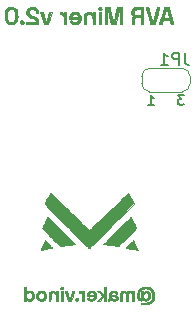
<source format=gbr>
G04 #@! TF.GenerationSoftware,KiCad,Pcbnew,7.0.6*
G04 #@! TF.CreationDate,2023-11-12T09:34:07+05:30*
G04 #@! TF.ProjectId,AVR-Miner,4156522d-4d69-46e6-9572-2e6b69636164,rev?*
G04 #@! TF.SameCoordinates,Original*
G04 #@! TF.FileFunction,Legend,Bot*
G04 #@! TF.FilePolarity,Positive*
%FSLAX46Y46*%
G04 Gerber Fmt 4.6, Leading zero omitted, Abs format (unit mm)*
G04 Created by KiCad (PCBNEW 7.0.6) date 2023-11-12 09:34:07*
%MOMM*%
%LPD*%
G01*
G04 APERTURE LIST*
%ADD10C,0.150000*%
%ADD11C,0.120000*%
%ADD12C,0.010000*%
G04 APERTURE END LIST*
D10*
X153083333Y-76954819D02*
X153083333Y-77669104D01*
X153083333Y-77669104D02*
X153130952Y-77811961D01*
X153130952Y-77811961D02*
X153226190Y-77907200D01*
X153226190Y-77907200D02*
X153369047Y-77954819D01*
X153369047Y-77954819D02*
X153464285Y-77954819D01*
X152607142Y-77954819D02*
X152607142Y-76954819D01*
X152607142Y-76954819D02*
X152226190Y-76954819D01*
X152226190Y-76954819D02*
X152130952Y-77002438D01*
X152130952Y-77002438D02*
X152083333Y-77050057D01*
X152083333Y-77050057D02*
X152035714Y-77145295D01*
X152035714Y-77145295D02*
X152035714Y-77288152D01*
X152035714Y-77288152D02*
X152083333Y-77383390D01*
X152083333Y-77383390D02*
X152130952Y-77431009D01*
X152130952Y-77431009D02*
X152226190Y-77478628D01*
X152226190Y-77478628D02*
X152607142Y-77478628D01*
X151083333Y-77954819D02*
X151654761Y-77954819D01*
X151369047Y-77954819D02*
X151369047Y-76954819D01*
X151369047Y-76954819D02*
X151464285Y-77097676D01*
X151464285Y-77097676D02*
X151559523Y-77192914D01*
X151559523Y-77192914D02*
X151654761Y-77240533D01*
X153016666Y-80562295D02*
X152521428Y-80562295D01*
X152521428Y-80562295D02*
X152788094Y-80867057D01*
X152788094Y-80867057D02*
X152673809Y-80867057D01*
X152673809Y-80867057D02*
X152597618Y-80905152D01*
X152597618Y-80905152D02*
X152559523Y-80943247D01*
X152559523Y-80943247D02*
X152521428Y-81019438D01*
X152521428Y-81019438D02*
X152521428Y-81209914D01*
X152521428Y-81209914D02*
X152559523Y-81286104D01*
X152559523Y-81286104D02*
X152597618Y-81324200D01*
X152597618Y-81324200D02*
X152673809Y-81362295D01*
X152673809Y-81362295D02*
X152902380Y-81362295D01*
X152902380Y-81362295D02*
X152978571Y-81324200D01*
X152978571Y-81324200D02*
X153016666Y-81286104D01*
X150021428Y-81362295D02*
X150478571Y-81362295D01*
X150249999Y-81362295D02*
X150249999Y-80562295D01*
X150249999Y-80562295D02*
X150326190Y-80676580D01*
X150326190Y-80676580D02*
X150402380Y-80752771D01*
X150402380Y-80752771D02*
X150478571Y-80790866D01*
D11*
G04 #@! TO.C,JP1*
X149450000Y-78950000D02*
X149450000Y-79550000D01*
X150100000Y-80250000D02*
X152900000Y-80250000D01*
X152900000Y-78250000D02*
X150100000Y-78250000D01*
X153550000Y-79550000D02*
X153550000Y-78950000D01*
X150150000Y-78250000D02*
G75*
G03*
X149450000Y-78950000I-1J-699999D01*
G01*
X149450000Y-79550000D02*
G75*
G03*
X150150000Y-80250000I699999J-1D01*
G01*
X153550000Y-78950000D02*
G75*
G03*
X152850000Y-78250000I-700000J0D01*
G01*
X152850000Y-80250000D02*
G75*
G03*
X153550000Y-79550000I0J700000D01*
G01*
G04 #@! TO.C,G\u002A\u002A\u002A*
D12*
X148744390Y-92853374D02*
X148763543Y-92891461D01*
X148792037Y-92950164D01*
X148827672Y-93024779D01*
X148868249Y-93110600D01*
X148911568Y-93202922D01*
X148955430Y-93297040D01*
X148997633Y-93388249D01*
X149035979Y-93471844D01*
X149068268Y-93543119D01*
X149092300Y-93597369D01*
X149105876Y-93629889D01*
X149109121Y-93643759D01*
X149100590Y-93649599D01*
X149073295Y-93646396D01*
X149020771Y-93634500D01*
X148993532Y-93628204D01*
X148931565Y-93614408D01*
X148847238Y-93595987D01*
X148746242Y-93574174D01*
X148634264Y-93550203D01*
X148516996Y-93525306D01*
X148108748Y-93439005D01*
X148418673Y-93139882D01*
X148497618Y-93063944D01*
X148573440Y-92991539D01*
X148638451Y-92930011D01*
X148689472Y-92882349D01*
X148723330Y-92851541D01*
X148736847Y-92840573D01*
X148744390Y-92853374D01*
G36*
X148744390Y-92853374D02*
G01*
X148763543Y-92891461D01*
X148792037Y-92950164D01*
X148827672Y-93024779D01*
X148868249Y-93110600D01*
X148911568Y-93202922D01*
X148955430Y-93297040D01*
X148997633Y-93388249D01*
X149035979Y-93471844D01*
X149068268Y-93543119D01*
X149092300Y-93597369D01*
X149105876Y-93629889D01*
X149109121Y-93643759D01*
X149100590Y-93649599D01*
X149073295Y-93646396D01*
X149020771Y-93634500D01*
X148993532Y-93628204D01*
X148931565Y-93614408D01*
X148847238Y-93595987D01*
X148746242Y-93574174D01*
X148634264Y-93550203D01*
X148516996Y-93525306D01*
X148108748Y-93439005D01*
X148418673Y-93139882D01*
X148497618Y-93063944D01*
X148573440Y-92991539D01*
X148638451Y-92930011D01*
X148689472Y-92882349D01*
X148723330Y-92851541D01*
X148736847Y-92840573D01*
X148744390Y-92853374D01*
G37*
X141270626Y-92850125D02*
X141303278Y-92879211D01*
X141352922Y-92925718D01*
X141416469Y-92986711D01*
X141490830Y-93059256D01*
X141572915Y-93140417D01*
X141653434Y-93220681D01*
X141726748Y-93294054D01*
X141788683Y-93356342D01*
X141836266Y-93404547D01*
X141866526Y-93435670D01*
X141876489Y-93446710D01*
X141870536Y-93447666D01*
X141837547Y-93454116D01*
X141780399Y-93465729D01*
X141704230Y-93481429D01*
X141614177Y-93500138D01*
X141515380Y-93520780D01*
X141412975Y-93542276D01*
X141312101Y-93563551D01*
X141217894Y-93583526D01*
X141135494Y-93601125D01*
X141070038Y-93615270D01*
X141026663Y-93624884D01*
X141006392Y-93629439D01*
X140948784Y-93641515D01*
X140907284Y-93648894D01*
X140889778Y-93650122D01*
X140891322Y-93644500D01*
X140903692Y-93614049D01*
X140926489Y-93561333D01*
X140957578Y-93491040D01*
X140994822Y-93407861D01*
X141036087Y-93316486D01*
X141079236Y-93221606D01*
X141122133Y-93127911D01*
X141162643Y-93040089D01*
X141198629Y-92962833D01*
X141227956Y-92900831D01*
X141248488Y-92858774D01*
X141258088Y-92841353D01*
X141270626Y-92850125D01*
G36*
X141270626Y-92850125D02*
G01*
X141303278Y-92879211D01*
X141352922Y-92925718D01*
X141416469Y-92986711D01*
X141490830Y-93059256D01*
X141572915Y-93140417D01*
X141653434Y-93220681D01*
X141726748Y-93294054D01*
X141788683Y-93356342D01*
X141836266Y-93404547D01*
X141866526Y-93435670D01*
X141876489Y-93446710D01*
X141870536Y-93447666D01*
X141837547Y-93454116D01*
X141780399Y-93465729D01*
X141704230Y-93481429D01*
X141614177Y-93500138D01*
X141515380Y-93520780D01*
X141412975Y-93542276D01*
X141312101Y-93563551D01*
X141217894Y-93583526D01*
X141135494Y-93601125D01*
X141070038Y-93615270D01*
X141026663Y-93624884D01*
X141006392Y-93629439D01*
X140948784Y-93641515D01*
X140907284Y-93648894D01*
X140889778Y-93650122D01*
X140891322Y-93644500D01*
X140903692Y-93614049D01*
X140926489Y-93561333D01*
X140957578Y-93491040D01*
X140994822Y-93407861D01*
X141036087Y-93316486D01*
X141079236Y-93221606D01*
X141122133Y-93127911D01*
X141162643Y-93040089D01*
X141198629Y-92962833D01*
X141227956Y-92900831D01*
X141248488Y-92858774D01*
X141258088Y-92841353D01*
X141270626Y-92850125D01*
G37*
X148539555Y-90846002D02*
X148556993Y-90878273D01*
X148584552Y-90933120D01*
X148620228Y-91006254D01*
X148662019Y-91093382D01*
X148707920Y-91190213D01*
X148755928Y-91292456D01*
X148804039Y-91395820D01*
X148850251Y-91496014D01*
X148892560Y-91588746D01*
X148928962Y-91669725D01*
X148957454Y-91734660D01*
X148976032Y-91779260D01*
X148982693Y-91799233D01*
X148981221Y-91801755D01*
X148961991Y-91823641D01*
X148922024Y-91865837D01*
X148863263Y-91926380D01*
X148787649Y-92003308D01*
X148697127Y-92094658D01*
X148593637Y-92198466D01*
X148479122Y-92312771D01*
X148355526Y-92435609D01*
X148224790Y-92565019D01*
X148177384Y-92611821D01*
X148048550Y-92738707D01*
X147927099Y-92857881D01*
X147815016Y-92967421D01*
X147714286Y-93065405D01*
X147626894Y-93149911D01*
X147554825Y-93219018D01*
X147500063Y-93270804D01*
X147464595Y-93303347D01*
X147450405Y-93314725D01*
X147436390Y-93313493D01*
X147393963Y-93308098D01*
X147329230Y-93299147D01*
X147247839Y-93287425D01*
X147155437Y-93273716D01*
X147068109Y-93261047D01*
X146940366Y-93243548D01*
X146801204Y-93225369D01*
X146662307Y-93208028D01*
X146535356Y-93193047D01*
X146502996Y-93189345D01*
X146403984Y-93177661D01*
X146317985Y-93166983D01*
X146249889Y-93157950D01*
X146204589Y-93151205D01*
X146186975Y-93147388D01*
X146189384Y-93144058D01*
X146210837Y-93121165D01*
X146252881Y-93078184D01*
X146313613Y-93016988D01*
X146391129Y-92939447D01*
X146483526Y-92847435D01*
X146588900Y-92742823D01*
X146705347Y-92627483D01*
X146830963Y-92503286D01*
X146963845Y-92372105D01*
X147102089Y-92235812D01*
X147243791Y-92096278D01*
X147387049Y-91955375D01*
X147529957Y-91814975D01*
X147670612Y-91676951D01*
X147807111Y-91543173D01*
X147937550Y-91415514D01*
X148060025Y-91295846D01*
X148172632Y-91186040D01*
X148273469Y-91087968D01*
X148360630Y-91003503D01*
X148432213Y-90934516D01*
X148486314Y-90882879D01*
X148521029Y-90850464D01*
X148534454Y-90839143D01*
X148539555Y-90846002D01*
G36*
X148539555Y-90846002D02*
G01*
X148556993Y-90878273D01*
X148584552Y-90933120D01*
X148620228Y-91006254D01*
X148662019Y-91093382D01*
X148707920Y-91190213D01*
X148755928Y-91292456D01*
X148804039Y-91395820D01*
X148850251Y-91496014D01*
X148892560Y-91588746D01*
X148928962Y-91669725D01*
X148957454Y-91734660D01*
X148976032Y-91779260D01*
X148982693Y-91799233D01*
X148981221Y-91801755D01*
X148961991Y-91823641D01*
X148922024Y-91865837D01*
X148863263Y-91926380D01*
X148787649Y-92003308D01*
X148697127Y-92094658D01*
X148593637Y-92198466D01*
X148479122Y-92312771D01*
X148355526Y-92435609D01*
X148224790Y-92565019D01*
X148177384Y-92611821D01*
X148048550Y-92738707D01*
X147927099Y-92857881D01*
X147815016Y-92967421D01*
X147714286Y-93065405D01*
X147626894Y-93149911D01*
X147554825Y-93219018D01*
X147500063Y-93270804D01*
X147464595Y-93303347D01*
X147450405Y-93314725D01*
X147436390Y-93313493D01*
X147393963Y-93308098D01*
X147329230Y-93299147D01*
X147247839Y-93287425D01*
X147155437Y-93273716D01*
X147068109Y-93261047D01*
X146940366Y-93243548D01*
X146801204Y-93225369D01*
X146662307Y-93208028D01*
X146535356Y-93193047D01*
X146502996Y-93189345D01*
X146403984Y-93177661D01*
X146317985Y-93166983D01*
X146249889Y-93157950D01*
X146204589Y-93151205D01*
X146186975Y-93147388D01*
X146189384Y-93144058D01*
X146210837Y-93121165D01*
X146252881Y-93078184D01*
X146313613Y-93016988D01*
X146391129Y-92939447D01*
X146483526Y-92847435D01*
X146588900Y-92742823D01*
X146705347Y-92627483D01*
X146830963Y-92503286D01*
X146963845Y-92372105D01*
X147102089Y-92235812D01*
X147243791Y-92096278D01*
X147387049Y-91955375D01*
X147529957Y-91814975D01*
X147670612Y-91676951D01*
X147807111Y-91543173D01*
X147937550Y-91415514D01*
X148060025Y-91295846D01*
X148172632Y-91186040D01*
X148273469Y-91087968D01*
X148360630Y-91003503D01*
X148432213Y-90934516D01*
X148486314Y-90882879D01*
X148521029Y-90850464D01*
X148534454Y-90839143D01*
X148539555Y-90846002D01*
G37*
X141467780Y-90838659D02*
X141492970Y-90861011D01*
X141538366Y-90903537D01*
X141602072Y-90964363D01*
X141682190Y-91041616D01*
X141776822Y-91133422D01*
X141884071Y-91237909D01*
X142002039Y-91353202D01*
X142128830Y-91477430D01*
X142262545Y-91608718D01*
X142401287Y-91745193D01*
X142543158Y-91884981D01*
X142686262Y-92026211D01*
X142828700Y-92167008D01*
X142968576Y-92305499D01*
X143103991Y-92439810D01*
X143233049Y-92568069D01*
X143353851Y-92688403D01*
X143464501Y-92798937D01*
X143563101Y-92897799D01*
X143647754Y-92983116D01*
X143716562Y-93053013D01*
X143767627Y-93105618D01*
X143799052Y-93139058D01*
X143808940Y-93151459D01*
X143806074Y-93152672D01*
X143777342Y-93158469D01*
X143722574Y-93166729D01*
X143646760Y-93176780D01*
X143554890Y-93187949D01*
X143451953Y-93199564D01*
X143340421Y-93212206D01*
X143210048Y-93228007D01*
X143081346Y-93244535D01*
X142964629Y-93260461D01*
X142870211Y-93274458D01*
X142838299Y-93279443D01*
X142752013Y-93292441D01*
X142676422Y-93303161D01*
X142618744Y-93310605D01*
X142586196Y-93313773D01*
X142575749Y-93312185D01*
X142559783Y-93304866D01*
X142537632Y-93290175D01*
X142507595Y-93266534D01*
X142467969Y-93232367D01*
X142417052Y-93186095D01*
X142353143Y-93126141D01*
X142274539Y-93050930D01*
X142179538Y-92958883D01*
X142066438Y-92848423D01*
X141933536Y-92717973D01*
X141779131Y-92565956D01*
X141730163Y-92517661D01*
X141601519Y-92390441D01*
X141480733Y-92270503D01*
X141369748Y-92159803D01*
X141270508Y-92060301D01*
X141184955Y-91973955D01*
X141115032Y-91902721D01*
X141062681Y-91848560D01*
X141029846Y-91813429D01*
X141018469Y-91799286D01*
X141021775Y-91789002D01*
X141036902Y-91752368D01*
X141062478Y-91693779D01*
X141096508Y-91617556D01*
X141136999Y-91528017D01*
X141181958Y-91429483D01*
X141229390Y-91326271D01*
X141277303Y-91222701D01*
X141323703Y-91123092D01*
X141366596Y-91031764D01*
X141403990Y-90953035D01*
X141433890Y-90891226D01*
X141454303Y-90850654D01*
X141463235Y-90835640D01*
X141467780Y-90838659D01*
G36*
X141467780Y-90838659D02*
G01*
X141492970Y-90861011D01*
X141538366Y-90903537D01*
X141602072Y-90964363D01*
X141682190Y-91041616D01*
X141776822Y-91133422D01*
X141884071Y-91237909D01*
X142002039Y-91353202D01*
X142128830Y-91477430D01*
X142262545Y-91608718D01*
X142401287Y-91745193D01*
X142543158Y-91884981D01*
X142686262Y-92026211D01*
X142828700Y-92167008D01*
X142968576Y-92305499D01*
X143103991Y-92439810D01*
X143233049Y-92568069D01*
X143353851Y-92688403D01*
X143464501Y-92798937D01*
X143563101Y-92897799D01*
X143647754Y-92983116D01*
X143716562Y-93053013D01*
X143767627Y-93105618D01*
X143799052Y-93139058D01*
X143808940Y-93151459D01*
X143806074Y-93152672D01*
X143777342Y-93158469D01*
X143722574Y-93166729D01*
X143646760Y-93176780D01*
X143554890Y-93187949D01*
X143451953Y-93199564D01*
X143340421Y-93212206D01*
X143210048Y-93228007D01*
X143081346Y-93244535D01*
X142964629Y-93260461D01*
X142870211Y-93274458D01*
X142838299Y-93279443D01*
X142752013Y-93292441D01*
X142676422Y-93303161D01*
X142618744Y-93310605D01*
X142586196Y-93313773D01*
X142575749Y-93312185D01*
X142559783Y-93304866D01*
X142537632Y-93290175D01*
X142507595Y-93266534D01*
X142467969Y-93232367D01*
X142417052Y-93186095D01*
X142353143Y-93126141D01*
X142274539Y-93050930D01*
X142179538Y-92958883D01*
X142066438Y-92848423D01*
X141933536Y-92717973D01*
X141779131Y-92565956D01*
X141730163Y-92517661D01*
X141601519Y-92390441D01*
X141480733Y-92270503D01*
X141369748Y-92159803D01*
X141270508Y-92060301D01*
X141184955Y-91973955D01*
X141115032Y-91902721D01*
X141062681Y-91848560D01*
X141029846Y-91813429D01*
X141018469Y-91799286D01*
X141021775Y-91789002D01*
X141036902Y-91752368D01*
X141062478Y-91693779D01*
X141096508Y-91617556D01*
X141136999Y-91528017D01*
X141181958Y-91429483D01*
X141229390Y-91326271D01*
X141277303Y-91222701D01*
X141323703Y-91123092D01*
X141366596Y-91031764D01*
X141403990Y-90953035D01*
X141433890Y-90891226D01*
X141454303Y-90850654D01*
X141463235Y-90835640D01*
X141467780Y-90838659D01*
G37*
X148313360Y-88799506D02*
X148330361Y-88831307D01*
X148358300Y-88887132D01*
X148395483Y-88963491D01*
X148440217Y-89056895D01*
X148490809Y-89163857D01*
X148545566Y-89280886D01*
X148772211Y-89767807D01*
X146894689Y-91640033D01*
X146734317Y-91799892D01*
X146531961Y-92001426D01*
X146336750Y-92195650D01*
X146149916Y-92381345D01*
X145972695Y-92557291D01*
X145806318Y-92722270D01*
X145652022Y-92875060D01*
X145511039Y-93014443D01*
X145384603Y-93139198D01*
X145273949Y-93248107D01*
X145180309Y-93339949D01*
X145104920Y-93413505D01*
X145049013Y-93467555D01*
X145013823Y-93500879D01*
X145000584Y-93512258D01*
X144998688Y-93511077D01*
X144977791Y-93492442D01*
X144934937Y-93451884D01*
X144871066Y-93390333D01*
X144787119Y-93308720D01*
X144684036Y-93207973D01*
X144562760Y-93089023D01*
X144424229Y-92952798D01*
X144269387Y-92800229D01*
X144099173Y-92632245D01*
X143914528Y-92449776D01*
X143716393Y-92253752D01*
X143505710Y-92045101D01*
X143283418Y-91824754D01*
X143050460Y-91593641D01*
X142807775Y-91352691D01*
X142556306Y-91102833D01*
X142296992Y-90844997D01*
X142030774Y-90580114D01*
X141758595Y-90309112D01*
X141228720Y-89781350D01*
X141476548Y-89285907D01*
X141521349Y-89196891D01*
X141577387Y-89087166D01*
X141627872Y-88990130D01*
X141671017Y-88909125D01*
X141705036Y-88847492D01*
X141728142Y-88808576D01*
X141738550Y-88795716D01*
X141744632Y-88801016D01*
X141772380Y-88827299D01*
X141821253Y-88874401D01*
X141889907Y-88941009D01*
X141976997Y-89025806D01*
X142081179Y-89127477D01*
X142201110Y-89244708D01*
X142335444Y-89376184D01*
X142482837Y-89520588D01*
X142641946Y-89676606D01*
X142811426Y-89842923D01*
X142989932Y-90018224D01*
X143176121Y-90201194D01*
X143368648Y-90390517D01*
X143495836Y-90515605D01*
X143684294Y-90700860D01*
X143865504Y-90878884D01*
X144038124Y-91048363D01*
X144200813Y-91207983D01*
X144352228Y-91356431D01*
X144491028Y-91492392D01*
X144615869Y-91614554D01*
X144725411Y-91721602D01*
X144818311Y-91812222D01*
X144893227Y-91885101D01*
X144948816Y-91938925D01*
X144983738Y-91972380D01*
X144996650Y-91984153D01*
X145004086Y-91978325D01*
X145033599Y-91951489D01*
X145084262Y-91904040D01*
X145154735Y-91837268D01*
X145243676Y-91752461D01*
X145349744Y-91650911D01*
X145471597Y-91533907D01*
X145607894Y-91402738D01*
X145757294Y-91258695D01*
X145918456Y-91103068D01*
X146090037Y-90937145D01*
X146270698Y-90762218D01*
X146459096Y-90579576D01*
X146653890Y-90390508D01*
X146798721Y-90249893D01*
X146988878Y-90065393D01*
X147171617Y-89888229D01*
X147345599Y-89719694D01*
X147509482Y-89561081D01*
X147661929Y-89413683D01*
X147801598Y-89278793D01*
X147927151Y-89157703D01*
X148037247Y-89051706D01*
X148130546Y-88962096D01*
X148205710Y-88890164D01*
X148261398Y-88837204D01*
X148296270Y-88804508D01*
X148308987Y-88793370D01*
X148313360Y-88799506D01*
G36*
X148313360Y-88799506D02*
G01*
X148330361Y-88831307D01*
X148358300Y-88887132D01*
X148395483Y-88963491D01*
X148440217Y-89056895D01*
X148490809Y-89163857D01*
X148545566Y-89280886D01*
X148772211Y-89767807D01*
X146894689Y-91640033D01*
X146734317Y-91799892D01*
X146531961Y-92001426D01*
X146336750Y-92195650D01*
X146149916Y-92381345D01*
X145972695Y-92557291D01*
X145806318Y-92722270D01*
X145652022Y-92875060D01*
X145511039Y-93014443D01*
X145384603Y-93139198D01*
X145273949Y-93248107D01*
X145180309Y-93339949D01*
X145104920Y-93413505D01*
X145049013Y-93467555D01*
X145013823Y-93500879D01*
X145000584Y-93512258D01*
X144998688Y-93511077D01*
X144977791Y-93492442D01*
X144934937Y-93451884D01*
X144871066Y-93390333D01*
X144787119Y-93308720D01*
X144684036Y-93207973D01*
X144562760Y-93089023D01*
X144424229Y-92952798D01*
X144269387Y-92800229D01*
X144099173Y-92632245D01*
X143914528Y-92449776D01*
X143716393Y-92253752D01*
X143505710Y-92045101D01*
X143283418Y-91824754D01*
X143050460Y-91593641D01*
X142807775Y-91352691D01*
X142556306Y-91102833D01*
X142296992Y-90844997D01*
X142030774Y-90580114D01*
X141758595Y-90309112D01*
X141228720Y-89781350D01*
X141476548Y-89285907D01*
X141521349Y-89196891D01*
X141577387Y-89087166D01*
X141627872Y-88990130D01*
X141671017Y-88909125D01*
X141705036Y-88847492D01*
X141728142Y-88808576D01*
X141738550Y-88795716D01*
X141744632Y-88801016D01*
X141772380Y-88827299D01*
X141821253Y-88874401D01*
X141889907Y-88941009D01*
X141976997Y-89025806D01*
X142081179Y-89127477D01*
X142201110Y-89244708D01*
X142335444Y-89376184D01*
X142482837Y-89520588D01*
X142641946Y-89676606D01*
X142811426Y-89842923D01*
X142989932Y-90018224D01*
X143176121Y-90201194D01*
X143368648Y-90390517D01*
X143495836Y-90515605D01*
X143684294Y-90700860D01*
X143865504Y-90878884D01*
X144038124Y-91048363D01*
X144200813Y-91207983D01*
X144352228Y-91356431D01*
X144491028Y-91492392D01*
X144615869Y-91614554D01*
X144725411Y-91721602D01*
X144818311Y-91812222D01*
X144893227Y-91885101D01*
X144948816Y-91938925D01*
X144983738Y-91972380D01*
X144996650Y-91984153D01*
X145004086Y-91978325D01*
X145033599Y-91951489D01*
X145084262Y-91904040D01*
X145154735Y-91837268D01*
X145243676Y-91752461D01*
X145349744Y-91650911D01*
X145471597Y-91533907D01*
X145607894Y-91402738D01*
X145757294Y-91258695D01*
X145918456Y-91103068D01*
X146090037Y-90937145D01*
X146270698Y-90762218D01*
X146459096Y-90579576D01*
X146653890Y-90390508D01*
X146798721Y-90249893D01*
X146988878Y-90065393D01*
X147171617Y-89888229D01*
X147345599Y-89719694D01*
X147509482Y-89561081D01*
X147661929Y-89413683D01*
X147801598Y-89278793D01*
X147927151Y-89157703D01*
X148037247Y-89051706D01*
X148130546Y-88962096D01*
X148205710Y-88890164D01*
X148261398Y-88837204D01*
X148296270Y-88804508D01*
X148308987Y-88793370D01*
X148313360Y-88799506D01*
G37*
X142771727Y-97927181D02*
X142598546Y-97927181D01*
X142598546Y-97107454D01*
X142771727Y-97107454D01*
X142771727Y-97927181D01*
G36*
X142771727Y-97927181D02*
G01*
X142598546Y-97927181D01*
X142598546Y-97107454D01*
X142771727Y-97107454D01*
X142771727Y-97927181D01*
G37*
X142720867Y-96774411D02*
X142722272Y-96774809D01*
X142762330Y-96796775D01*
X142787449Y-96831635D01*
X142796419Y-96873857D01*
X142788029Y-96917907D01*
X142761070Y-96958251D01*
X142740122Y-96975112D01*
X142694350Y-96992110D01*
X142646384Y-96988523D01*
X142602076Y-96964136D01*
X142584762Y-96946715D01*
X142572727Y-96921426D01*
X142569682Y-96884247D01*
X142571549Y-96859393D01*
X142588547Y-96813096D01*
X142620973Y-96782139D01*
X142666017Y-96768563D01*
X142720867Y-96774411D01*
G36*
X142720867Y-96774411D02*
G01*
X142722272Y-96774809D01*
X142762330Y-96796775D01*
X142787449Y-96831635D01*
X142796419Y-96873857D01*
X142788029Y-96917907D01*
X142761070Y-96958251D01*
X142740122Y-96975112D01*
X142694350Y-96992110D01*
X142646384Y-96988523D01*
X142602076Y-96964136D01*
X142584762Y-96946715D01*
X142572727Y-96921426D01*
X142569682Y-96884247D01*
X142571549Y-96859393D01*
X142588547Y-96813096D01*
X142620973Y-96782139D01*
X142666017Y-96768563D01*
X142720867Y-96774411D01*
G37*
X144000873Y-97688675D02*
X144043094Y-97708657D01*
X144073150Y-97741548D01*
X144090239Y-97782783D01*
X144093558Y-97827796D01*
X144082303Y-97872022D01*
X144055673Y-97910894D01*
X144012864Y-97939848D01*
X143994446Y-97944988D01*
X143952589Y-97945640D01*
X143909777Y-97936563D01*
X143877602Y-97919501D01*
X143855445Y-97895537D01*
X143832381Y-97849313D01*
X143828281Y-97801726D01*
X143841470Y-97757126D01*
X143870273Y-97719866D01*
X143913012Y-97694297D01*
X143968011Y-97684770D01*
X144000873Y-97688675D01*
G36*
X144000873Y-97688675D02*
G01*
X144043094Y-97708657D01*
X144073150Y-97741548D01*
X144090239Y-97782783D01*
X144093558Y-97827796D01*
X144082303Y-97872022D01*
X144055673Y-97910894D01*
X144012864Y-97939848D01*
X143994446Y-97944988D01*
X143952589Y-97945640D01*
X143909777Y-97936563D01*
X143877602Y-97919501D01*
X143855445Y-97895537D01*
X143832381Y-97849313D01*
X143828281Y-97801726D01*
X143841470Y-97757126D01*
X143870273Y-97719866D01*
X143913012Y-97694297D01*
X143968011Y-97684770D01*
X144000873Y-97688675D01*
G37*
X144226834Y-97108200D02*
X144291425Y-97117954D01*
X144339964Y-97139989D01*
X144375712Y-97175556D01*
X144392959Y-97196192D01*
X144409566Y-97203851D01*
X144419454Y-97189455D01*
X144422727Y-97152954D01*
X144422727Y-97107454D01*
X144584364Y-97107454D01*
X144584364Y-97927181D01*
X144424238Y-97927181D01*
X144420596Y-97652977D01*
X144419861Y-97600728D01*
X144418486Y-97524700D01*
X144416785Y-97466863D01*
X144414494Y-97424087D01*
X144411348Y-97393243D01*
X144407080Y-97371201D01*
X144401424Y-97354831D01*
X144394116Y-97341004D01*
X144382865Y-97325019D01*
X144338151Y-97287931D01*
X144276640Y-97265241D01*
X144199719Y-97257545D01*
X144122546Y-97257545D01*
X144122546Y-97107454D01*
X144197962Y-97107454D01*
X144226834Y-97108200D01*
G36*
X144226834Y-97108200D02*
G01*
X144291425Y-97117954D01*
X144339964Y-97139989D01*
X144375712Y-97175556D01*
X144392959Y-97196192D01*
X144409566Y-97203851D01*
X144419454Y-97189455D01*
X144422727Y-97152954D01*
X144422727Y-97107454D01*
X144584364Y-97107454D01*
X144584364Y-97927181D01*
X144424238Y-97927181D01*
X144420596Y-97652977D01*
X144419861Y-97600728D01*
X144418486Y-97524700D01*
X144416785Y-97466863D01*
X144414494Y-97424087D01*
X144411348Y-97393243D01*
X144407080Y-97371201D01*
X144401424Y-97354831D01*
X144394116Y-97341004D01*
X144382865Y-97325019D01*
X144338151Y-97287931D01*
X144276640Y-97265241D01*
X144199719Y-97257545D01*
X144122546Y-97257545D01*
X144122546Y-97107454D01*
X144197962Y-97107454D01*
X144226834Y-97108200D01*
G37*
X146420091Y-97927181D02*
X146258455Y-97927181D01*
X146258455Y-97754000D01*
X146258433Y-97734594D01*
X146257837Y-97671218D01*
X146256224Y-97627159D01*
X146253314Y-97599410D01*
X146248833Y-97584965D01*
X146242502Y-97580818D01*
X146240434Y-97581494D01*
X146223861Y-97593787D01*
X146194743Y-97619646D01*
X146155699Y-97656609D01*
X146109347Y-97702214D01*
X146058306Y-97754000D01*
X145890063Y-97927181D01*
X145671745Y-97927181D01*
X145884991Y-97716693D01*
X146098236Y-97506204D01*
X145892595Y-97307408D01*
X145686955Y-97108612D01*
X145796791Y-97108033D01*
X145906628Y-97107454D01*
X146067955Y-97269090D01*
X146075266Y-97276400D01*
X146124971Y-97325299D01*
X146169401Y-97367678D01*
X146205839Y-97401040D01*
X146231568Y-97422889D01*
X146243868Y-97430727D01*
X146243935Y-97430726D01*
X146248317Y-97425815D01*
X146251782Y-97409975D01*
X146254420Y-97381179D01*
X146256317Y-97337401D01*
X146257564Y-97276614D01*
X146258247Y-97196792D01*
X146258455Y-97095909D01*
X146258455Y-96761090D01*
X146420091Y-96761090D01*
X146420091Y-97927181D01*
G36*
X146420091Y-97927181D02*
G01*
X146258455Y-97927181D01*
X146258455Y-97754000D01*
X146258433Y-97734594D01*
X146257837Y-97671218D01*
X146256224Y-97627159D01*
X146253314Y-97599410D01*
X146248833Y-97584965D01*
X146242502Y-97580818D01*
X146240434Y-97581494D01*
X146223861Y-97593787D01*
X146194743Y-97619646D01*
X146155699Y-97656609D01*
X146109347Y-97702214D01*
X146058306Y-97754000D01*
X145890063Y-97927181D01*
X145671745Y-97927181D01*
X145884991Y-97716693D01*
X146098236Y-97506204D01*
X145892595Y-97307408D01*
X145686955Y-97108612D01*
X145796791Y-97108033D01*
X145906628Y-97107454D01*
X146067955Y-97269090D01*
X146075266Y-97276400D01*
X146124971Y-97325299D01*
X146169401Y-97367678D01*
X146205839Y-97401040D01*
X146231568Y-97422889D01*
X146243868Y-97430727D01*
X146243935Y-97430726D01*
X146248317Y-97425815D01*
X146251782Y-97409975D01*
X146254420Y-97381179D01*
X146256317Y-97337401D01*
X146257564Y-97276614D01*
X146258247Y-97196792D01*
X146258455Y-97095909D01*
X146258455Y-96761090D01*
X146420091Y-96761090D01*
X146420091Y-97927181D01*
G37*
X143222133Y-97454244D02*
X143254207Y-97556204D01*
X143280588Y-97637915D01*
X143301810Y-97700798D01*
X143318487Y-97746537D01*
X143331231Y-97776815D01*
X143340658Y-97793315D01*
X143347380Y-97797722D01*
X143354782Y-97791091D01*
X143369240Y-97763511D01*
X143387692Y-97716002D01*
X143409494Y-97650090D01*
X143419065Y-97619455D01*
X143441263Y-97548674D01*
X143466720Y-97467760D01*
X143492990Y-97384483D01*
X143517627Y-97306613D01*
X143580758Y-97107454D01*
X143667771Y-97107454D01*
X143684279Y-97107553D01*
X143724916Y-97109422D01*
X143746232Y-97114037D01*
X143751049Y-97121886D01*
X143746966Y-97134784D01*
X143736308Y-97167255D01*
X143719960Y-97216612D01*
X143698770Y-97280297D01*
X143673592Y-97355754D01*
X143645275Y-97440424D01*
X143614670Y-97531750D01*
X143482027Y-97927181D01*
X143212376Y-97927181D01*
X143117399Y-97641431D01*
X143099337Y-97587236D01*
X143070434Y-97501060D01*
X143042242Y-97417603D01*
X143016392Y-97341667D01*
X142994513Y-97278054D01*
X142978237Y-97231568D01*
X142934051Y-97107454D01*
X143113997Y-97107454D01*
X143222133Y-97454244D01*
G36*
X143222133Y-97454244D02*
G01*
X143254207Y-97556204D01*
X143280588Y-97637915D01*
X143301810Y-97700798D01*
X143318487Y-97746537D01*
X143331231Y-97776815D01*
X143340658Y-97793315D01*
X143347380Y-97797722D01*
X143354782Y-97791091D01*
X143369240Y-97763511D01*
X143387692Y-97716002D01*
X143409494Y-97650090D01*
X143419065Y-97619455D01*
X143441263Y-97548674D01*
X143466720Y-97467760D01*
X143492990Y-97384483D01*
X143517627Y-97306613D01*
X143580758Y-97107454D01*
X143667771Y-97107454D01*
X143684279Y-97107553D01*
X143724916Y-97109422D01*
X143746232Y-97114037D01*
X143751049Y-97121886D01*
X143746966Y-97134784D01*
X143736308Y-97167255D01*
X143719960Y-97216612D01*
X143698770Y-97280297D01*
X143673592Y-97355754D01*
X143645275Y-97440424D01*
X143614670Y-97531750D01*
X143482027Y-97927181D01*
X143212376Y-97927181D01*
X143117399Y-97641431D01*
X143099337Y-97587236D01*
X143070434Y-97501060D01*
X143042242Y-97417603D01*
X143016392Y-97341667D01*
X142994513Y-97278054D01*
X142978237Y-97231568D01*
X142934051Y-97107454D01*
X143113997Y-97107454D01*
X143222133Y-97454244D01*
G37*
X141987986Y-97108822D02*
X141993332Y-97110008D01*
X142032324Y-97122598D01*
X142066399Y-97143510D01*
X142104559Y-97178095D01*
X142105695Y-97179230D01*
X142134307Y-97207093D01*
X142155994Y-97226910D01*
X142166141Y-97234454D01*
X142168289Y-97228803D01*
X142170505Y-97205739D01*
X142171364Y-97170954D01*
X142171364Y-97107454D01*
X142344546Y-97107454D01*
X142344546Y-97927181D01*
X142171364Y-97927181D01*
X142171364Y-97423322D01*
X142139614Y-97360638D01*
X142112919Y-97317728D01*
X142066164Y-97273935D01*
X142007048Y-97248799D01*
X141933620Y-97241189D01*
X141905100Y-97242294D01*
X141859179Y-97250346D01*
X141820772Y-97268136D01*
X141801558Y-97280560D01*
X141781739Y-97296428D01*
X141766516Y-97315044D01*
X141755230Y-97339315D01*
X141747222Y-97372147D01*
X141741832Y-97416446D01*
X141738401Y-97475118D01*
X141736270Y-97551068D01*
X141734780Y-97647204D01*
X141731150Y-97927181D01*
X141571000Y-97927181D01*
X141571000Y-97646413D01*
X141571261Y-97557748D01*
X141572589Y-97471393D01*
X141575596Y-97402546D01*
X141580888Y-97348182D01*
X141589071Y-97305275D01*
X141600749Y-97270801D01*
X141616529Y-97241734D01*
X141637015Y-97215050D01*
X141662814Y-97187722D01*
X141668862Y-97181811D01*
X141734495Y-97133182D01*
X141808753Y-97105003D01*
X141892846Y-97096981D01*
X141987986Y-97108822D01*
G36*
X141987986Y-97108822D02*
G01*
X141993332Y-97110008D01*
X142032324Y-97122598D01*
X142066399Y-97143510D01*
X142104559Y-97178095D01*
X142105695Y-97179230D01*
X142134307Y-97207093D01*
X142155994Y-97226910D01*
X142166141Y-97234454D01*
X142168289Y-97228803D01*
X142170505Y-97205739D01*
X142171364Y-97170954D01*
X142171364Y-97107454D01*
X142344546Y-97107454D01*
X142344546Y-97927181D01*
X142171364Y-97927181D01*
X142171364Y-97423322D01*
X142139614Y-97360638D01*
X142112919Y-97317728D01*
X142066164Y-97273935D01*
X142007048Y-97248799D01*
X141933620Y-97241189D01*
X141905100Y-97242294D01*
X141859179Y-97250346D01*
X141820772Y-97268136D01*
X141801558Y-97280560D01*
X141781739Y-97296428D01*
X141766516Y-97315044D01*
X141755230Y-97339315D01*
X141747222Y-97372147D01*
X141741832Y-97416446D01*
X141738401Y-97475118D01*
X141736270Y-97551068D01*
X141734780Y-97647204D01*
X141731150Y-97927181D01*
X141571000Y-97927181D01*
X141571000Y-97646413D01*
X141571261Y-97557748D01*
X141572589Y-97471393D01*
X141575596Y-97402546D01*
X141580888Y-97348182D01*
X141589071Y-97305275D01*
X141600749Y-97270801D01*
X141616529Y-97241734D01*
X141637015Y-97215050D01*
X141662814Y-97187722D01*
X141668862Y-97181811D01*
X141734495Y-97133182D01*
X141808753Y-97105003D01*
X141892846Y-97096981D01*
X141987986Y-97108822D01*
G37*
X141353097Y-97575288D02*
X141341728Y-97651941D01*
X141322512Y-97715997D01*
X141285971Y-97781402D01*
X141226488Y-97846192D01*
X141151127Y-97897354D01*
X141062720Y-97932527D01*
X140996047Y-97943937D01*
X140914587Y-97944904D01*
X140831551Y-97934859D01*
X140756279Y-97914358D01*
X140707638Y-97891083D01*
X140639689Y-97840282D01*
X140583107Y-97775375D01*
X140543226Y-97701687D01*
X140528715Y-97653102D01*
X140517053Y-97573414D01*
X140516020Y-97517318D01*
X140682129Y-97517318D01*
X140683056Y-97546469D01*
X140687701Y-97594460D01*
X140694939Y-97632734D01*
X140695634Y-97635131D01*
X140718933Y-97681840D01*
X140757028Y-97727454D01*
X140802878Y-97764934D01*
X140849447Y-97787242D01*
X140924211Y-97799328D01*
X140999205Y-97792584D01*
X141065975Y-97766180D01*
X141121527Y-97720847D01*
X141127921Y-97713499D01*
X141163656Y-97658615D01*
X141183726Y-97595074D01*
X141190000Y-97517318D01*
X141189487Y-97492769D01*
X141179479Y-97419944D01*
X141155316Y-97360454D01*
X141115188Y-97309267D01*
X141085530Y-97283754D01*
X141021496Y-97249429D01*
X140952100Y-97234674D01*
X140881719Y-97239503D01*
X140814735Y-97263934D01*
X140755527Y-97307980D01*
X140729800Y-97337152D01*
X140701909Y-97385763D01*
X140686722Y-97443812D01*
X140682129Y-97517318D01*
X140516020Y-97517318D01*
X140515481Y-97488028D01*
X140524013Y-97405739D01*
X140542663Y-97335343D01*
X140583028Y-97259967D01*
X140641686Y-97194612D01*
X140714628Y-97143142D01*
X140798643Y-97107332D01*
X140890517Y-97088957D01*
X140987041Y-97089790D01*
X141061629Y-97103669D01*
X141151132Y-97138262D01*
X141225917Y-97190019D01*
X141284889Y-97257890D01*
X141326949Y-97340825D01*
X141350999Y-97437776D01*
X141355653Y-97495484D01*
X141354953Y-97517318D01*
X141353097Y-97575288D01*
G36*
X141353097Y-97575288D02*
G01*
X141341728Y-97651941D01*
X141322512Y-97715997D01*
X141285971Y-97781402D01*
X141226488Y-97846192D01*
X141151127Y-97897354D01*
X141062720Y-97932527D01*
X140996047Y-97943937D01*
X140914587Y-97944904D01*
X140831551Y-97934859D01*
X140756279Y-97914358D01*
X140707638Y-97891083D01*
X140639689Y-97840282D01*
X140583107Y-97775375D01*
X140543226Y-97701687D01*
X140528715Y-97653102D01*
X140517053Y-97573414D01*
X140516020Y-97517318D01*
X140682129Y-97517318D01*
X140683056Y-97546469D01*
X140687701Y-97594460D01*
X140694939Y-97632734D01*
X140695634Y-97635131D01*
X140718933Y-97681840D01*
X140757028Y-97727454D01*
X140802878Y-97764934D01*
X140849447Y-97787242D01*
X140924211Y-97799328D01*
X140999205Y-97792584D01*
X141065975Y-97766180D01*
X141121527Y-97720847D01*
X141127921Y-97713499D01*
X141163656Y-97658615D01*
X141183726Y-97595074D01*
X141190000Y-97517318D01*
X141189487Y-97492769D01*
X141179479Y-97419944D01*
X141155316Y-97360454D01*
X141115188Y-97309267D01*
X141085530Y-97283754D01*
X141021496Y-97249429D01*
X140952100Y-97234674D01*
X140881719Y-97239503D01*
X140814735Y-97263934D01*
X140755527Y-97307980D01*
X140729800Y-97337152D01*
X140701909Y-97385763D01*
X140686722Y-97443812D01*
X140682129Y-97517318D01*
X140516020Y-97517318D01*
X140515481Y-97488028D01*
X140524013Y-97405739D01*
X140542663Y-97335343D01*
X140583028Y-97259967D01*
X140641686Y-97194612D01*
X140714628Y-97143142D01*
X140798643Y-97107332D01*
X140890517Y-97088957D01*
X140987041Y-97089790D01*
X141061629Y-97103669D01*
X141151132Y-97138262D01*
X141225917Y-97190019D01*
X141284889Y-97257890D01*
X141326949Y-97340825D01*
X141350999Y-97437776D01*
X141355653Y-97495484D01*
X141354953Y-97517318D01*
X141353097Y-97575288D01*
G37*
X140331779Y-97571310D02*
X140327521Y-97609298D01*
X140303260Y-97704912D01*
X140261426Y-97787262D01*
X140203162Y-97854892D01*
X140129610Y-97906349D01*
X140041916Y-97940177D01*
X140021892Y-97943972D01*
X139966844Y-97946533D01*
X139904681Y-97941966D01*
X139845247Y-97931271D01*
X139798385Y-97915448D01*
X139786724Y-97909271D01*
X139746320Y-97881812D01*
X139713042Y-97851352D01*
X139702553Y-97839977D01*
X139680543Y-97819741D01*
X139666353Y-97811727D01*
X139662097Y-97815517D01*
X139656598Y-97836352D01*
X139654455Y-97869454D01*
X139654455Y-97927181D01*
X139481059Y-97927181D01*
X139483174Y-97517318D01*
X139654962Y-97517318D01*
X139655928Y-97550246D01*
X139669101Y-97630966D01*
X139698233Y-97695760D01*
X139743996Y-97745797D01*
X139807061Y-97782251D01*
X139821157Y-97787569D01*
X139891749Y-97800291D01*
X139965833Y-97793639D01*
X140036626Y-97768035D01*
X140075643Y-97744472D01*
X140104911Y-97715800D01*
X140130308Y-97674353D01*
X140146027Y-97641419D01*
X140156353Y-97608616D01*
X140161130Y-97570767D01*
X140162201Y-97518886D01*
X140158115Y-97457766D01*
X140138164Y-97379908D01*
X140102375Y-97317698D01*
X140051595Y-97272085D01*
X139986672Y-97244020D01*
X139908455Y-97234454D01*
X139854757Y-97238777D01*
X139785305Y-97260890D01*
X139729672Y-97300836D01*
X139688785Y-97357579D01*
X139663572Y-97430085D01*
X139654962Y-97517318D01*
X139483174Y-97517318D01*
X139484053Y-97347022D01*
X139487046Y-96766863D01*
X139570750Y-96763471D01*
X139654455Y-96760079D01*
X139654455Y-96991494D01*
X139654646Y-97044658D01*
X139655895Y-97121759D01*
X139658283Y-97177560D01*
X139661779Y-97211473D01*
X139666353Y-97222909D01*
X139671238Y-97221235D01*
X139689719Y-97207107D01*
X139713042Y-97183284D01*
X139746146Y-97150966D01*
X139802497Y-97116300D01*
X139870661Y-97096579D01*
X139954637Y-97090265D01*
X140007035Y-97091304D01*
X140046525Y-97095816D01*
X140080590Y-97105545D01*
X140118127Y-97122230D01*
X140155204Y-97142972D01*
X140224761Y-97200189D01*
X140277677Y-97272641D01*
X140313473Y-97359319D01*
X140331667Y-97459212D01*
X140331727Y-97518886D01*
X140331779Y-97571310D01*
G36*
X140331779Y-97571310D02*
G01*
X140327521Y-97609298D01*
X140303260Y-97704912D01*
X140261426Y-97787262D01*
X140203162Y-97854892D01*
X140129610Y-97906349D01*
X140041916Y-97940177D01*
X140021892Y-97943972D01*
X139966844Y-97946533D01*
X139904681Y-97941966D01*
X139845247Y-97931271D01*
X139798385Y-97915448D01*
X139786724Y-97909271D01*
X139746320Y-97881812D01*
X139713042Y-97851352D01*
X139702553Y-97839977D01*
X139680543Y-97819741D01*
X139666353Y-97811727D01*
X139662097Y-97815517D01*
X139656598Y-97836352D01*
X139654455Y-97869454D01*
X139654455Y-97927181D01*
X139481059Y-97927181D01*
X139483174Y-97517318D01*
X139654962Y-97517318D01*
X139655928Y-97550246D01*
X139669101Y-97630966D01*
X139698233Y-97695760D01*
X139743996Y-97745797D01*
X139807061Y-97782251D01*
X139821157Y-97787569D01*
X139891749Y-97800291D01*
X139965833Y-97793639D01*
X140036626Y-97768035D01*
X140075643Y-97744472D01*
X140104911Y-97715800D01*
X140130308Y-97674353D01*
X140146027Y-97641419D01*
X140156353Y-97608616D01*
X140161130Y-97570767D01*
X140162201Y-97518886D01*
X140158115Y-97457766D01*
X140138164Y-97379908D01*
X140102375Y-97317698D01*
X140051595Y-97272085D01*
X139986672Y-97244020D01*
X139908455Y-97234454D01*
X139854757Y-97238777D01*
X139785305Y-97260890D01*
X139729672Y-97300836D01*
X139688785Y-97357579D01*
X139663572Y-97430085D01*
X139654962Y-97517318D01*
X139483174Y-97517318D01*
X139484053Y-97347022D01*
X139487046Y-96766863D01*
X139570750Y-96763471D01*
X139654455Y-96760079D01*
X139654455Y-96991494D01*
X139654646Y-97044658D01*
X139655895Y-97121759D01*
X139658283Y-97177560D01*
X139661779Y-97211473D01*
X139666353Y-97222909D01*
X139671238Y-97221235D01*
X139689719Y-97207107D01*
X139713042Y-97183284D01*
X139746146Y-97150966D01*
X139802497Y-97116300D01*
X139870661Y-97096579D01*
X139954637Y-97090265D01*
X140007035Y-97091304D01*
X140046525Y-97095816D01*
X140080590Y-97105545D01*
X140118127Y-97122230D01*
X140155204Y-97142972D01*
X140224761Y-97200189D01*
X140277677Y-97272641D01*
X140313473Y-97359319D01*
X140331667Y-97459212D01*
X140331727Y-97518886D01*
X140331779Y-97571310D01*
G37*
X145598357Y-97508931D02*
X145589085Y-97614727D01*
X145586880Y-97626018D01*
X145557227Y-97718599D01*
X145510373Y-97798031D01*
X145448125Y-97862396D01*
X145372289Y-97909775D01*
X145284668Y-97938249D01*
X145204995Y-97947522D01*
X145110891Y-97942226D01*
X145023578Y-97919811D01*
X144948288Y-97881166D01*
X144941363Y-97876184D01*
X144909673Y-97848949D01*
X144878483Y-97816407D01*
X144852020Y-97783678D01*
X144834511Y-97755880D01*
X144830183Y-97738133D01*
X144838726Y-97729258D01*
X144862662Y-97712249D01*
X144895940Y-97692106D01*
X144899419Y-97690150D01*
X144934614Y-97672154D01*
X144954747Y-97666603D01*
X144963215Y-97672506D01*
X144967589Y-97682160D01*
X144989896Y-97712421D01*
X145022283Y-97744832D01*
X145057550Y-97772684D01*
X145088495Y-97789264D01*
X145112750Y-97794522D01*
X145156456Y-97798414D01*
X145202950Y-97798035D01*
X145238231Y-97793631D01*
X145306849Y-97769994D01*
X145361872Y-97728568D01*
X145401383Y-97671085D01*
X145423461Y-97599274D01*
X145430203Y-97557727D01*
X144789198Y-97557727D01*
X144797392Y-97474576D01*
X144803345Y-97429221D01*
X144805299Y-97418810D01*
X144965364Y-97418810D01*
X144969031Y-97421536D01*
X144993266Y-97425515D01*
X145039713Y-97428392D01*
X145107823Y-97430138D01*
X145197051Y-97430727D01*
X145428738Y-97430727D01*
X145420725Y-97404750D01*
X145414473Y-97386591D01*
X145378575Y-97321897D01*
X145327624Y-97274116D01*
X145263476Y-97244601D01*
X145187985Y-97234708D01*
X145165092Y-97236102D01*
X145109135Y-97248498D01*
X145057967Y-97270846D01*
X145020645Y-97299632D01*
X145019261Y-97301244D01*
X145002164Y-97327143D01*
X144984601Y-97361582D01*
X144970894Y-97395244D01*
X144965364Y-97418810D01*
X144805299Y-97418810D01*
X144812880Y-97378423D01*
X144823285Y-97338917D01*
X144831413Y-97317154D01*
X144873558Y-97242182D01*
X144930697Y-97181016D01*
X144999541Y-97134364D01*
X145076803Y-97102934D01*
X145159193Y-97087432D01*
X145243422Y-97088567D01*
X145326202Y-97107045D01*
X145404244Y-97143576D01*
X145474259Y-97198865D01*
X145506350Y-97235026D01*
X145556283Y-97316522D01*
X145587188Y-97408676D01*
X145589645Y-97430727D01*
X145598357Y-97508931D01*
G36*
X145598357Y-97508931D02*
G01*
X145589085Y-97614727D01*
X145586880Y-97626018D01*
X145557227Y-97718599D01*
X145510373Y-97798031D01*
X145448125Y-97862396D01*
X145372289Y-97909775D01*
X145284668Y-97938249D01*
X145204995Y-97947522D01*
X145110891Y-97942226D01*
X145023578Y-97919811D01*
X144948288Y-97881166D01*
X144941363Y-97876184D01*
X144909673Y-97848949D01*
X144878483Y-97816407D01*
X144852020Y-97783678D01*
X144834511Y-97755880D01*
X144830183Y-97738133D01*
X144838726Y-97729258D01*
X144862662Y-97712249D01*
X144895940Y-97692106D01*
X144899419Y-97690150D01*
X144934614Y-97672154D01*
X144954747Y-97666603D01*
X144963215Y-97672506D01*
X144967589Y-97682160D01*
X144989896Y-97712421D01*
X145022283Y-97744832D01*
X145057550Y-97772684D01*
X145088495Y-97789264D01*
X145112750Y-97794522D01*
X145156456Y-97798414D01*
X145202950Y-97798035D01*
X145238231Y-97793631D01*
X145306849Y-97769994D01*
X145361872Y-97728568D01*
X145401383Y-97671085D01*
X145423461Y-97599274D01*
X145430203Y-97557727D01*
X144789198Y-97557727D01*
X144797392Y-97474576D01*
X144803345Y-97429221D01*
X144805299Y-97418810D01*
X144965364Y-97418810D01*
X144969031Y-97421536D01*
X144993266Y-97425515D01*
X145039713Y-97428392D01*
X145107823Y-97430138D01*
X145197051Y-97430727D01*
X145428738Y-97430727D01*
X145420725Y-97404750D01*
X145414473Y-97386591D01*
X145378575Y-97321897D01*
X145327624Y-97274116D01*
X145263476Y-97244601D01*
X145187985Y-97234708D01*
X145165092Y-97236102D01*
X145109135Y-97248498D01*
X145057967Y-97270846D01*
X145020645Y-97299632D01*
X145019261Y-97301244D01*
X145002164Y-97327143D01*
X144984601Y-97361582D01*
X144970894Y-97395244D01*
X144965364Y-97418810D01*
X144805299Y-97418810D01*
X144812880Y-97378423D01*
X144823285Y-97338917D01*
X144831413Y-97317154D01*
X144873558Y-97242182D01*
X144930697Y-97181016D01*
X144999541Y-97134364D01*
X145076803Y-97102934D01*
X145159193Y-97087432D01*
X145243422Y-97088567D01*
X145326202Y-97107045D01*
X145404244Y-97143576D01*
X145474259Y-97198865D01*
X145506350Y-97235026D01*
X145556283Y-97316522D01*
X145587188Y-97408676D01*
X145589645Y-97430727D01*
X145598357Y-97508931D01*
G37*
X148457349Y-97100390D02*
X148524929Y-97123842D01*
X148582978Y-97166351D01*
X148602038Y-97183974D01*
X148624969Y-97200861D01*
X148638079Y-97204811D01*
X148640060Y-97202734D01*
X148645981Y-97183469D01*
X148648364Y-97152954D01*
X148648364Y-97107454D01*
X148810000Y-97107454D01*
X148810000Y-97927181D01*
X148650168Y-97927181D01*
X148646379Y-97647204D01*
X148645473Y-97584525D01*
X148644060Y-97509802D01*
X148642318Y-97452949D01*
X148639983Y-97410861D01*
X148636796Y-97380430D01*
X148632494Y-97358551D01*
X148626816Y-97342118D01*
X148619500Y-97328025D01*
X148613860Y-97318809D01*
X148575498Y-97273480D01*
X148529069Y-97248122D01*
X148470311Y-97240227D01*
X148467734Y-97240236D01*
X148405291Y-97247881D01*
X148359083Y-97270494D01*
X148326993Y-97309091D01*
X148326312Y-97310360D01*
X148320327Y-97325043D01*
X148315619Y-97345517D01*
X148311985Y-97374664D01*
X148309225Y-97415368D01*
X148307136Y-97470513D01*
X148305517Y-97542982D01*
X148304166Y-97635659D01*
X148300559Y-97927181D01*
X148140364Y-97927181D01*
X148140364Y-97653736D01*
X148140306Y-97590791D01*
X148139904Y-97517432D01*
X148138908Y-97461618D01*
X148137077Y-97420075D01*
X148134170Y-97389532D01*
X148129946Y-97366713D01*
X148124162Y-97348346D01*
X148116579Y-97331157D01*
X148094409Y-97297262D01*
X148052610Y-97262482D01*
X148002654Y-97242561D01*
X147949487Y-97237744D01*
X147898051Y-97248278D01*
X147853290Y-97274410D01*
X147820148Y-97316385D01*
X147817411Y-97323985D01*
X147813055Y-97350021D01*
X147809783Y-97392564D01*
X147807518Y-97453256D01*
X147806187Y-97533740D01*
X147805716Y-97635659D01*
X147805546Y-97927181D01*
X147630435Y-97927181D01*
X147634566Y-97612568D01*
X147635347Y-97556850D01*
X147636866Y-97472014D01*
X147638683Y-97405771D01*
X147640997Y-97355220D01*
X147644004Y-97317461D01*
X147647904Y-97289593D01*
X147652895Y-97268716D01*
X147659173Y-97251930D01*
X147687064Y-97202991D01*
X147738519Y-97150726D01*
X147804814Y-97116007D01*
X147885528Y-97099117D01*
X147934258Y-97097265D01*
X147999737Y-97106830D01*
X148056040Y-97133513D01*
X148108910Y-97179378D01*
X148110910Y-97181488D01*
X148138268Y-97209223D01*
X148158548Y-97227764D01*
X148167490Y-97233196D01*
X148168492Y-97231827D01*
X148179079Y-97216761D01*
X148196136Y-97192152D01*
X148209595Y-97176646D01*
X148242776Y-97149202D01*
X148281255Y-97125766D01*
X148310880Y-97112980D01*
X148384560Y-97096576D01*
X148457349Y-97100390D01*
G36*
X148457349Y-97100390D02*
G01*
X148524929Y-97123842D01*
X148582978Y-97166351D01*
X148602038Y-97183974D01*
X148624969Y-97200861D01*
X148638079Y-97204811D01*
X148640060Y-97202734D01*
X148645981Y-97183469D01*
X148648364Y-97152954D01*
X148648364Y-97107454D01*
X148810000Y-97107454D01*
X148810000Y-97927181D01*
X148650168Y-97927181D01*
X148646379Y-97647204D01*
X148645473Y-97584525D01*
X148644060Y-97509802D01*
X148642318Y-97452949D01*
X148639983Y-97410861D01*
X148636796Y-97380430D01*
X148632494Y-97358551D01*
X148626816Y-97342118D01*
X148619500Y-97328025D01*
X148613860Y-97318809D01*
X148575498Y-97273480D01*
X148529069Y-97248122D01*
X148470311Y-97240227D01*
X148467734Y-97240236D01*
X148405291Y-97247881D01*
X148359083Y-97270494D01*
X148326993Y-97309091D01*
X148326312Y-97310360D01*
X148320327Y-97325043D01*
X148315619Y-97345517D01*
X148311985Y-97374664D01*
X148309225Y-97415368D01*
X148307136Y-97470513D01*
X148305517Y-97542982D01*
X148304166Y-97635659D01*
X148300559Y-97927181D01*
X148140364Y-97927181D01*
X148140364Y-97653736D01*
X148140306Y-97590791D01*
X148139904Y-97517432D01*
X148138908Y-97461618D01*
X148137077Y-97420075D01*
X148134170Y-97389532D01*
X148129946Y-97366713D01*
X148124162Y-97348346D01*
X148116579Y-97331157D01*
X148094409Y-97297262D01*
X148052610Y-97262482D01*
X148002654Y-97242561D01*
X147949487Y-97237744D01*
X147898051Y-97248278D01*
X147853290Y-97274410D01*
X147820148Y-97316385D01*
X147817411Y-97323985D01*
X147813055Y-97350021D01*
X147809783Y-97392564D01*
X147807518Y-97453256D01*
X147806187Y-97533740D01*
X147805716Y-97635659D01*
X147805546Y-97927181D01*
X147630435Y-97927181D01*
X147634566Y-97612568D01*
X147635347Y-97556850D01*
X147636866Y-97472014D01*
X147638683Y-97405771D01*
X147640997Y-97355220D01*
X147644004Y-97317461D01*
X147647904Y-97289593D01*
X147652895Y-97268716D01*
X147659173Y-97251930D01*
X147687064Y-97202991D01*
X147738519Y-97150726D01*
X147804814Y-97116007D01*
X147885528Y-97099117D01*
X147934258Y-97097265D01*
X147999737Y-97106830D01*
X148056040Y-97133513D01*
X148108910Y-97179378D01*
X148110910Y-97181488D01*
X148138268Y-97209223D01*
X148158548Y-97227764D01*
X148167490Y-97233196D01*
X148168492Y-97231827D01*
X148179079Y-97216761D01*
X148196136Y-97192152D01*
X148209595Y-97176646D01*
X148242776Y-97149202D01*
X148281255Y-97125766D01*
X148310880Y-97112980D01*
X148384560Y-97096576D01*
X148457349Y-97100390D01*
G37*
X147435576Y-97703085D02*
X147424298Y-97778675D01*
X147420697Y-97789708D01*
X147391145Y-97839174D01*
X147343579Y-97883230D01*
X147282137Y-97918699D01*
X147210955Y-97942408D01*
X147181596Y-97946965D01*
X147114476Y-97947487D01*
X147041989Y-97937314D01*
X147034440Y-97935619D01*
X146996444Y-97923082D01*
X146963557Y-97902373D01*
X146926715Y-97868042D01*
X146897550Y-97839715D01*
X146873674Y-97819456D01*
X146860335Y-97811727D01*
X146851594Y-97819792D01*
X146845153Y-97842335D01*
X146833829Y-97874358D01*
X146803863Y-97900702D01*
X146754573Y-97917548D01*
X146684857Y-97925467D01*
X146593273Y-97929626D01*
X146593273Y-97788636D01*
X146638041Y-97788636D01*
X146645462Y-97788445D01*
X146676139Y-97783579D01*
X146694601Y-97774204D01*
X146698494Y-97759445D01*
X146702438Y-97724605D01*
X146706008Y-97673271D01*
X146708681Y-97615133D01*
X146881909Y-97615133D01*
X146885453Y-97652251D01*
X146908109Y-97710273D01*
X146950587Y-97758075D01*
X147011582Y-97793858D01*
X147026381Y-97799361D01*
X147083521Y-97810195D01*
X147141260Y-97807503D01*
X147194038Y-97792657D01*
X147236292Y-97767028D01*
X147262463Y-97731987D01*
X147263035Y-97730579D01*
X147270862Y-97682449D01*
X147257479Y-97636826D01*
X147224491Y-97599311D01*
X147217898Y-97594663D01*
X147201093Y-97585927D01*
X147179065Y-97579887D01*
X147147347Y-97575875D01*
X147101472Y-97573223D01*
X147036973Y-97571264D01*
X146881909Y-97567483D01*
X146881909Y-97615133D01*
X146708681Y-97615133D01*
X146708971Y-97608822D01*
X146711096Y-97534636D01*
X146711986Y-97495705D01*
X146714774Y-97414513D01*
X146719065Y-97351358D01*
X146725675Y-97302646D01*
X146735422Y-97264785D01*
X146749123Y-97234183D01*
X146767594Y-97207246D01*
X146791652Y-97180381D01*
X146834175Y-97144099D01*
X146893770Y-97113612D01*
X146966118Y-97096381D01*
X147055091Y-97091095D01*
X147133668Y-97095330D01*
X147205243Y-97110451D01*
X147265267Y-97138176D01*
X147318762Y-97180205D01*
X147324537Y-97185982D01*
X147351498Y-97218311D01*
X147376278Y-97255211D01*
X147394417Y-97289472D01*
X147401455Y-97313884D01*
X147396158Y-97320142D01*
X147374142Y-97332107D01*
X147340841Y-97344890D01*
X147316317Y-97352991D01*
X147284975Y-97363473D01*
X147267446Y-97369510D01*
X147266270Y-97369786D01*
X147253325Y-97361542D01*
X147240046Y-97338912D01*
X147230703Y-97319967D01*
X147192958Y-97274893D01*
X147142666Y-97243487D01*
X147085011Y-97226780D01*
X147025177Y-97225802D01*
X146968348Y-97241587D01*
X146919708Y-97275164D01*
X146907303Y-97288093D01*
X146890783Y-97311277D01*
X146883525Y-97337850D01*
X146881909Y-97377618D01*
X146881909Y-97442272D01*
X147041450Y-97442272D01*
X147062018Y-97442347D01*
X147150294Y-97445067D01*
X147220185Y-97452264D01*
X147275373Y-97464714D01*
X147319540Y-97483190D01*
X147356368Y-97508466D01*
X147362071Y-97513461D01*
X147403299Y-97565850D01*
X147428189Y-97630601D01*
X147433473Y-97682449D01*
X147435576Y-97703085D01*
G36*
X147435576Y-97703085D02*
G01*
X147424298Y-97778675D01*
X147420697Y-97789708D01*
X147391145Y-97839174D01*
X147343579Y-97883230D01*
X147282137Y-97918699D01*
X147210955Y-97942408D01*
X147181596Y-97946965D01*
X147114476Y-97947487D01*
X147041989Y-97937314D01*
X147034440Y-97935619D01*
X146996444Y-97923082D01*
X146963557Y-97902373D01*
X146926715Y-97868042D01*
X146897550Y-97839715D01*
X146873674Y-97819456D01*
X146860335Y-97811727D01*
X146851594Y-97819792D01*
X146845153Y-97842335D01*
X146833829Y-97874358D01*
X146803863Y-97900702D01*
X146754573Y-97917548D01*
X146684857Y-97925467D01*
X146593273Y-97929626D01*
X146593273Y-97788636D01*
X146638041Y-97788636D01*
X146645462Y-97788445D01*
X146676139Y-97783579D01*
X146694601Y-97774204D01*
X146698494Y-97759445D01*
X146702438Y-97724605D01*
X146706008Y-97673271D01*
X146708681Y-97615133D01*
X146881909Y-97615133D01*
X146885453Y-97652251D01*
X146908109Y-97710273D01*
X146950587Y-97758075D01*
X147011582Y-97793858D01*
X147026381Y-97799361D01*
X147083521Y-97810195D01*
X147141260Y-97807503D01*
X147194038Y-97792657D01*
X147236292Y-97767028D01*
X147262463Y-97731987D01*
X147263035Y-97730579D01*
X147270862Y-97682449D01*
X147257479Y-97636826D01*
X147224491Y-97599311D01*
X147217898Y-97594663D01*
X147201093Y-97585927D01*
X147179065Y-97579887D01*
X147147347Y-97575875D01*
X147101472Y-97573223D01*
X147036973Y-97571264D01*
X146881909Y-97567483D01*
X146881909Y-97615133D01*
X146708681Y-97615133D01*
X146708971Y-97608822D01*
X146711096Y-97534636D01*
X146711986Y-97495705D01*
X146714774Y-97414513D01*
X146719065Y-97351358D01*
X146725675Y-97302646D01*
X146735422Y-97264785D01*
X146749123Y-97234183D01*
X146767594Y-97207246D01*
X146791652Y-97180381D01*
X146834175Y-97144099D01*
X146893770Y-97113612D01*
X146966118Y-97096381D01*
X147055091Y-97091095D01*
X147133668Y-97095330D01*
X147205243Y-97110451D01*
X147265267Y-97138176D01*
X147318762Y-97180205D01*
X147324537Y-97185982D01*
X147351498Y-97218311D01*
X147376278Y-97255211D01*
X147394417Y-97289472D01*
X147401455Y-97313884D01*
X147396158Y-97320142D01*
X147374142Y-97332107D01*
X147340841Y-97344890D01*
X147316317Y-97352991D01*
X147284975Y-97363473D01*
X147267446Y-97369510D01*
X147266270Y-97369786D01*
X147253325Y-97361542D01*
X147240046Y-97338912D01*
X147230703Y-97319967D01*
X147192958Y-97274893D01*
X147142666Y-97243487D01*
X147085011Y-97226780D01*
X147025177Y-97225802D01*
X146968348Y-97241587D01*
X146919708Y-97275164D01*
X146907303Y-97288093D01*
X146890783Y-97311277D01*
X146883525Y-97337850D01*
X146881909Y-97377618D01*
X146881909Y-97442272D01*
X147041450Y-97442272D01*
X147062018Y-97442347D01*
X147150294Y-97445067D01*
X147220185Y-97452264D01*
X147275373Y-97464714D01*
X147319540Y-97483190D01*
X147356368Y-97508466D01*
X147362071Y-97513461D01*
X147403299Y-97565850D01*
X147428189Y-97630601D01*
X147433473Y-97682449D01*
X147435576Y-97703085D01*
G37*
X150151992Y-97604360D02*
X150137651Y-97673811D01*
X150103916Y-97761492D01*
X150055673Y-97832328D01*
X149993710Y-97885503D01*
X149918814Y-97920203D01*
X149831773Y-97935613D01*
X149805167Y-97936845D01*
X149764676Y-97935712D01*
X149732497Y-97928491D01*
X149699000Y-97913584D01*
X149688002Y-97907355D01*
X149648784Y-97877338D01*
X149619134Y-97843477D01*
X149599771Y-97817746D01*
X149579408Y-97802238D01*
X149565563Y-97806003D01*
X149560455Y-97829570D01*
X149558205Y-97845208D01*
X149539113Y-97878703D01*
X149505209Y-97906146D01*
X149462159Y-97922200D01*
X149429495Y-97925366D01*
X149383235Y-97926008D01*
X149334181Y-97923879D01*
X149289529Y-97918507D01*
X149217534Y-97897480D01*
X149160510Y-97860577D01*
X149115752Y-97805738D01*
X149080557Y-97730909D01*
X149074380Y-97709537D01*
X149065339Y-97657420D01*
X149058800Y-97591870D01*
X149055024Y-97518974D01*
X149054271Y-97444823D01*
X149056802Y-97375505D01*
X149062875Y-97317109D01*
X149067583Y-97289714D01*
X149101080Y-97166737D01*
X149152402Y-97058415D01*
X149221330Y-96964997D01*
X149307649Y-96886735D01*
X149411142Y-96823877D01*
X149531591Y-96776674D01*
X149575826Y-96767001D01*
X149642640Y-96759357D01*
X149720267Y-96755461D01*
X149802299Y-96755308D01*
X149882326Y-96758889D01*
X149953939Y-96766197D01*
X150010727Y-96777225D01*
X150104563Y-96809527D01*
X150212849Y-96866953D01*
X150306140Y-96941174D01*
X150383270Y-97031016D01*
X150443070Y-97135309D01*
X150484375Y-97252881D01*
X150495076Y-97308505D01*
X150503456Y-97388728D01*
X150507205Y-97477907D01*
X150506237Y-97568637D01*
X150500469Y-97653515D01*
X150489813Y-97725136D01*
X150488860Y-97729604D01*
X150452555Y-97845471D01*
X150397196Y-97949404D01*
X150324123Y-98040247D01*
X150234677Y-98116846D01*
X150130198Y-98178045D01*
X150012026Y-98222687D01*
X149881501Y-98249618D01*
X149860970Y-98251702D01*
X149812901Y-98254827D01*
X149751123Y-98257496D01*
X149681406Y-98259476D01*
X149609523Y-98260535D01*
X149410364Y-98262000D01*
X149410364Y-98115033D01*
X149644159Y-98108757D01*
X149676791Y-98107807D01*
X149772814Y-98103860D01*
X149848389Y-98098645D01*
X149905540Y-98091995D01*
X149946287Y-98083743D01*
X149966344Y-98077909D01*
X150071285Y-98034650D01*
X150160556Y-97974605D01*
X150233554Y-97898380D01*
X150289678Y-97806581D01*
X150328324Y-97699813D01*
X150336205Y-97658283D01*
X150342597Y-97591167D01*
X150344983Y-97514853D01*
X150343366Y-97436908D01*
X150337751Y-97364899D01*
X150328139Y-97306392D01*
X150315076Y-97259030D01*
X150272217Y-97158789D01*
X150212726Y-97074329D01*
X150137158Y-97006090D01*
X150046065Y-96954510D01*
X149940004Y-96920030D01*
X149819527Y-96903089D01*
X149726381Y-96901716D01*
X149609391Y-96915174D01*
X149506464Y-96946181D01*
X149418102Y-96994442D01*
X149344808Y-97059662D01*
X149287086Y-97141546D01*
X149245439Y-97239798D01*
X149243589Y-97245750D01*
X149233484Y-97282767D01*
X149226674Y-97319776D01*
X149222573Y-97362547D01*
X149220595Y-97416850D01*
X149220152Y-97488454D01*
X149220492Y-97537982D01*
X149222194Y-97598350D01*
X149225657Y-97642438D01*
X149231260Y-97674367D01*
X149239380Y-97698261D01*
X149268657Y-97743126D01*
X149309277Y-97769318D01*
X149360413Y-97774954D01*
X149404591Y-97771318D01*
X149406682Y-97544794D01*
X149578417Y-97544794D01*
X149583299Y-97604102D01*
X149594741Y-97650090D01*
X149609156Y-97681476D01*
X149646940Y-97736170D01*
X149692188Y-97769661D01*
X149751089Y-97789456D01*
X149815864Y-97792591D01*
X149873844Y-97774788D01*
X149922752Y-97736813D01*
X149960306Y-97679434D01*
X149972122Y-97651068D01*
X149981519Y-97615992D01*
X149986209Y-97573859D01*
X149987524Y-97516698D01*
X149987520Y-97508858D01*
X149986283Y-97456419D01*
X149981892Y-97418157D01*
X149972924Y-97386185D01*
X149957959Y-97352614D01*
X149949823Y-97337202D01*
X149915773Y-97290564D01*
X149873535Y-97260937D01*
X149819010Y-97246207D01*
X149748102Y-97244258D01*
X149741268Y-97244938D01*
X149701383Y-97260267D01*
X149660713Y-97291618D01*
X149624667Y-97333993D01*
X149598652Y-97382393D01*
X149587824Y-97421351D01*
X149579968Y-97480950D01*
X149578417Y-97544794D01*
X149406682Y-97544794D01*
X149407655Y-97439386D01*
X149410718Y-97107454D01*
X149572000Y-97107454D01*
X149572000Y-97158727D01*
X149572425Y-97172926D01*
X149576420Y-97202120D01*
X149583258Y-97216958D01*
X149594161Y-97214283D01*
X149616383Y-97198398D01*
X149643871Y-97172586D01*
X149696045Y-97131191D01*
X149762034Y-97104004D01*
X149833277Y-97095971D01*
X149905961Y-97106967D01*
X149976268Y-97136867D01*
X150040385Y-97185546D01*
X150085072Y-97240839D01*
X150123567Y-97318297D01*
X150148321Y-97407584D01*
X150158179Y-97504380D01*
X150157416Y-97516698D01*
X150151992Y-97604360D01*
G36*
X150151992Y-97604360D02*
G01*
X150137651Y-97673811D01*
X150103916Y-97761492D01*
X150055673Y-97832328D01*
X149993710Y-97885503D01*
X149918814Y-97920203D01*
X149831773Y-97935613D01*
X149805167Y-97936845D01*
X149764676Y-97935712D01*
X149732497Y-97928491D01*
X149699000Y-97913584D01*
X149688002Y-97907355D01*
X149648784Y-97877338D01*
X149619134Y-97843477D01*
X149599771Y-97817746D01*
X149579408Y-97802238D01*
X149565563Y-97806003D01*
X149560455Y-97829570D01*
X149558205Y-97845208D01*
X149539113Y-97878703D01*
X149505209Y-97906146D01*
X149462159Y-97922200D01*
X149429495Y-97925366D01*
X149383235Y-97926008D01*
X149334181Y-97923879D01*
X149289529Y-97918507D01*
X149217534Y-97897480D01*
X149160510Y-97860577D01*
X149115752Y-97805738D01*
X149080557Y-97730909D01*
X149074380Y-97709537D01*
X149065339Y-97657420D01*
X149058800Y-97591870D01*
X149055024Y-97518974D01*
X149054271Y-97444823D01*
X149056802Y-97375505D01*
X149062875Y-97317109D01*
X149067583Y-97289714D01*
X149101080Y-97166737D01*
X149152402Y-97058415D01*
X149221330Y-96964997D01*
X149307649Y-96886735D01*
X149411142Y-96823877D01*
X149531591Y-96776674D01*
X149575826Y-96767001D01*
X149642640Y-96759357D01*
X149720267Y-96755461D01*
X149802299Y-96755308D01*
X149882326Y-96758889D01*
X149953939Y-96766197D01*
X150010727Y-96777225D01*
X150104563Y-96809527D01*
X150212849Y-96866953D01*
X150306140Y-96941174D01*
X150383270Y-97031016D01*
X150443070Y-97135309D01*
X150484375Y-97252881D01*
X150495076Y-97308505D01*
X150503456Y-97388728D01*
X150507205Y-97477907D01*
X150506237Y-97568637D01*
X150500469Y-97653515D01*
X150489813Y-97725136D01*
X150488860Y-97729604D01*
X150452555Y-97845471D01*
X150397196Y-97949404D01*
X150324123Y-98040247D01*
X150234677Y-98116846D01*
X150130198Y-98178045D01*
X150012026Y-98222687D01*
X149881501Y-98249618D01*
X149860970Y-98251702D01*
X149812901Y-98254827D01*
X149751123Y-98257496D01*
X149681406Y-98259476D01*
X149609523Y-98260535D01*
X149410364Y-98262000D01*
X149410364Y-98115033D01*
X149644159Y-98108757D01*
X149676791Y-98107807D01*
X149772814Y-98103860D01*
X149848389Y-98098645D01*
X149905540Y-98091995D01*
X149946287Y-98083743D01*
X149966344Y-98077909D01*
X150071285Y-98034650D01*
X150160556Y-97974605D01*
X150233554Y-97898380D01*
X150289678Y-97806581D01*
X150328324Y-97699813D01*
X150336205Y-97658283D01*
X150342597Y-97591167D01*
X150344983Y-97514853D01*
X150343366Y-97436908D01*
X150337751Y-97364899D01*
X150328139Y-97306392D01*
X150315076Y-97259030D01*
X150272217Y-97158789D01*
X150212726Y-97074329D01*
X150137158Y-97006090D01*
X150046065Y-96954510D01*
X149940004Y-96920030D01*
X149819527Y-96903089D01*
X149726381Y-96901716D01*
X149609391Y-96915174D01*
X149506464Y-96946181D01*
X149418102Y-96994442D01*
X149344808Y-97059662D01*
X149287086Y-97141546D01*
X149245439Y-97239798D01*
X149243589Y-97245750D01*
X149233484Y-97282767D01*
X149226674Y-97319776D01*
X149222573Y-97362547D01*
X149220595Y-97416850D01*
X149220152Y-97488454D01*
X149220492Y-97537982D01*
X149222194Y-97598350D01*
X149225657Y-97642438D01*
X149231260Y-97674367D01*
X149239380Y-97698261D01*
X149268657Y-97743126D01*
X149309277Y-97769318D01*
X149360413Y-97774954D01*
X149404591Y-97771318D01*
X149406682Y-97544794D01*
X149578417Y-97544794D01*
X149583299Y-97604102D01*
X149594741Y-97650090D01*
X149609156Y-97681476D01*
X149646940Y-97736170D01*
X149692188Y-97769661D01*
X149751089Y-97789456D01*
X149815864Y-97792591D01*
X149873844Y-97774788D01*
X149922752Y-97736813D01*
X149960306Y-97679434D01*
X149972122Y-97651068D01*
X149981519Y-97615992D01*
X149986209Y-97573859D01*
X149987524Y-97516698D01*
X149987520Y-97508858D01*
X149986283Y-97456419D01*
X149981892Y-97418157D01*
X149972924Y-97386185D01*
X149957959Y-97352614D01*
X149949823Y-97337202D01*
X149915773Y-97290564D01*
X149873535Y-97260937D01*
X149819010Y-97246207D01*
X149748102Y-97244258D01*
X149741268Y-97244938D01*
X149701383Y-97260267D01*
X149660713Y-97291618D01*
X149624667Y-97333993D01*
X149598652Y-97382393D01*
X149587824Y-97421351D01*
X149579968Y-97480950D01*
X149578417Y-97544794D01*
X149406682Y-97544794D01*
X149407655Y-97439386D01*
X149410718Y-97107454D01*
X149572000Y-97107454D01*
X149572000Y-97158727D01*
X149572425Y-97172926D01*
X149576420Y-97202120D01*
X149583258Y-97216958D01*
X149594161Y-97214283D01*
X149616383Y-97198398D01*
X149643871Y-97172586D01*
X149696045Y-97131191D01*
X149762034Y-97104004D01*
X149833277Y-97095971D01*
X149905961Y-97106967D01*
X149976268Y-97136867D01*
X150040385Y-97185546D01*
X150085072Y-97240839D01*
X150123567Y-97318297D01*
X150148321Y-97407584D01*
X150158179Y-97504380D01*
X150157416Y-97516698D01*
X150151992Y-97604360D01*
G37*
X146009863Y-74505556D02*
X145812308Y-74505556D01*
X145812308Y-73503667D01*
X146009863Y-73503667D01*
X146009863Y-74505556D01*
G36*
X146009863Y-74505556D02*
G01*
X145812308Y-74505556D01*
X145812308Y-73503667D01*
X146009863Y-73503667D01*
X146009863Y-74505556D01*
G37*
X145968389Y-73100579D02*
X146010681Y-73130786D01*
X146039485Y-73172917D01*
X146051399Y-73222018D01*
X146043020Y-73273134D01*
X146010949Y-73321308D01*
X145997065Y-73334277D01*
X145959200Y-73356606D01*
X145911085Y-73362556D01*
X145892373Y-73361442D01*
X145839681Y-73343972D01*
X145800813Y-73309855D01*
X145776980Y-73264988D01*
X145769396Y-73215270D01*
X145779274Y-73166599D01*
X145807827Y-73124874D01*
X145856267Y-73095992D01*
X145856946Y-73095757D01*
X145916010Y-73087251D01*
X145968389Y-73100579D01*
G36*
X145968389Y-73100579D02*
G01*
X146010681Y-73130786D01*
X146039485Y-73172917D01*
X146051399Y-73222018D01*
X146043020Y-73273134D01*
X146010949Y-73321308D01*
X145997065Y-73334277D01*
X145959200Y-73356606D01*
X145911085Y-73362556D01*
X145892373Y-73361442D01*
X145839681Y-73343972D01*
X145800813Y-73309855D01*
X145776980Y-73264988D01*
X145769396Y-73215270D01*
X145779274Y-73166599D01*
X145807827Y-73124874D01*
X145856267Y-73095992D01*
X145856946Y-73095757D01*
X145916010Y-73087251D01*
X145968389Y-73100579D01*
G37*
X139360704Y-74214819D02*
X139402804Y-74231246D01*
X139403685Y-74231870D01*
X139439106Y-74269031D01*
X139465844Y-74317989D01*
X139476419Y-74365139D01*
X139476136Y-74372729D01*
X139461255Y-74426718D01*
X139429125Y-74477162D01*
X139387223Y-74511769D01*
X139366315Y-74520912D01*
X139302978Y-74531429D01*
X139244638Y-74518150D01*
X139196553Y-74484296D01*
X139163980Y-74433089D01*
X139152177Y-74367750D01*
X139158187Y-74314923D01*
X139184118Y-74262192D01*
X139232074Y-74224985D01*
X139253593Y-74216839D01*
X139306374Y-74209848D01*
X139360704Y-74214819D01*
G36*
X139360704Y-74214819D02*
G01*
X139402804Y-74231246D01*
X139403685Y-74231870D01*
X139439106Y-74269031D01*
X139465844Y-74317989D01*
X139476419Y-74365139D01*
X139476136Y-74372729D01*
X139461255Y-74426718D01*
X139429125Y-74477162D01*
X139387223Y-74511769D01*
X139366315Y-74520912D01*
X139302978Y-74531429D01*
X139244638Y-74518150D01*
X139196553Y-74484296D01*
X139163980Y-74433089D01*
X139152177Y-74367750D01*
X139158187Y-74314923D01*
X139184118Y-74262192D01*
X139232074Y-74224985D01*
X139253593Y-74216839D01*
X139306374Y-74209848D01*
X139360704Y-74214819D01*
G37*
X142630214Y-73506132D02*
X142706603Y-73521863D01*
X142764916Y-73550702D01*
X142800955Y-73590983D01*
X142818482Y-73617151D01*
X142837748Y-73625278D01*
X142852316Y-73606785D01*
X142860369Y-73562543D01*
X142864708Y-73503667D01*
X143060641Y-73503667D01*
X143060641Y-74505556D01*
X142848974Y-74505556D01*
X142848974Y-74168976D01*
X142848973Y-74149500D01*
X142848829Y-74047574D01*
X142848225Y-73969420D01*
X142846845Y-73911218D01*
X142844372Y-73869151D01*
X142840490Y-73839402D01*
X142834882Y-73818153D01*
X142827232Y-73801586D01*
X142817224Y-73785882D01*
X142799316Y-73762575D01*
X142746881Y-73719390D01*
X142679105Y-73694866D01*
X142591667Y-73687112D01*
X142496196Y-73687112D01*
X142496196Y-73503667D01*
X142580578Y-73503667D01*
X142630214Y-73506132D01*
G36*
X142630214Y-73506132D02*
G01*
X142706603Y-73521863D01*
X142764916Y-73550702D01*
X142800955Y-73590983D01*
X142818482Y-73617151D01*
X142837748Y-73625278D01*
X142852316Y-73606785D01*
X142860369Y-73562543D01*
X142864708Y-73503667D01*
X143060641Y-73503667D01*
X143060641Y-74505556D01*
X142848974Y-74505556D01*
X142848974Y-74168976D01*
X142848973Y-74149500D01*
X142848829Y-74047574D01*
X142848225Y-73969420D01*
X142846845Y-73911218D01*
X142844372Y-73869151D01*
X142840490Y-73839402D01*
X142834882Y-73818153D01*
X142827232Y-73801586D01*
X142817224Y-73785882D01*
X142799316Y-73762575D01*
X142746881Y-73719390D01*
X142679105Y-73694866D01*
X142591667Y-73687112D01*
X142496196Y-73687112D01*
X142496196Y-73503667D01*
X142580578Y-73503667D01*
X142630214Y-73506132D01*
G37*
X141147056Y-73747084D02*
X141162508Y-73795867D01*
X141194116Y-73895723D01*
X141226209Y-73997179D01*
X141255781Y-74090735D01*
X141279829Y-74166889D01*
X141301549Y-74232437D01*
X141324330Y-74292895D01*
X141342819Y-74332226D01*
X141355704Y-74347312D01*
X141361643Y-74344068D01*
X141372886Y-74325558D01*
X141388526Y-74289143D01*
X141409235Y-74232976D01*
X141435685Y-74155212D01*
X141468548Y-74054004D01*
X141508495Y-73927506D01*
X141641065Y-73503667D01*
X141860423Y-73503667D01*
X141691476Y-73999861D01*
X141688539Y-74008488D01*
X141650508Y-74120328D01*
X141615578Y-74223283D01*
X141584753Y-74314383D01*
X141559033Y-74390656D01*
X141539421Y-74449131D01*
X141526920Y-74486838D01*
X141522530Y-74500806D01*
X141509725Y-74502631D01*
X141474125Y-74504151D01*
X141421237Y-74505178D01*
X141356569Y-74505556D01*
X141190608Y-74505556D01*
X141029975Y-74022250D01*
X140994581Y-73915807D01*
X140959964Y-73811802D01*
X140929016Y-73718924D01*
X140902782Y-73640303D01*
X140882307Y-73579072D01*
X140868637Y-73538363D01*
X140862815Y-73521306D01*
X140862386Y-73517098D01*
X140873844Y-73509214D01*
X140906218Y-73504948D01*
X140963113Y-73503667D01*
X141069937Y-73503667D01*
X141147056Y-73747084D01*
G36*
X141147056Y-73747084D02*
G01*
X141162508Y-73795867D01*
X141194116Y-73895723D01*
X141226209Y-73997179D01*
X141255781Y-74090735D01*
X141279829Y-74166889D01*
X141301549Y-74232437D01*
X141324330Y-74292895D01*
X141342819Y-74332226D01*
X141355704Y-74347312D01*
X141361643Y-74344068D01*
X141372886Y-74325558D01*
X141388526Y-74289143D01*
X141409235Y-74232976D01*
X141435685Y-74155212D01*
X141468548Y-74054004D01*
X141508495Y-73927506D01*
X141641065Y-73503667D01*
X141860423Y-73503667D01*
X141691476Y-73999861D01*
X141688539Y-74008488D01*
X141650508Y-74120328D01*
X141615578Y-74223283D01*
X141584753Y-74314383D01*
X141559033Y-74390656D01*
X141539421Y-74449131D01*
X141526920Y-74486838D01*
X141522530Y-74500806D01*
X141509725Y-74502631D01*
X141474125Y-74504151D01*
X141421237Y-74505178D01*
X141356569Y-74505556D01*
X141190608Y-74505556D01*
X141029975Y-74022250D01*
X140994581Y-73915807D01*
X140959964Y-73811802D01*
X140929016Y-73718924D01*
X140902782Y-73640303D01*
X140882307Y-73579072D01*
X140868637Y-73538363D01*
X140862815Y-73521306D01*
X140862386Y-73517098D01*
X140873844Y-73509214D01*
X140906218Y-73504948D01*
X140963113Y-73503667D01*
X141069937Y-73503667D01*
X141147056Y-73747084D01*
G37*
X145046033Y-73503639D02*
X145124211Y-73529316D01*
X145188154Y-73567963D01*
X145231728Y-73617943D01*
X145235123Y-73623765D01*
X145258487Y-73653836D01*
X145275778Y-73656575D01*
X145286511Y-73632287D01*
X145290196Y-73581278D01*
X145290196Y-73503667D01*
X145487752Y-73503667D01*
X145487752Y-74505556D01*
X145290196Y-74505556D01*
X145290196Y-74218839D01*
X145289836Y-74132555D01*
X145287694Y-74030701D01*
X145282927Y-73950481D01*
X145274747Y-73888035D01*
X145262367Y-73839505D01*
X145244997Y-73801032D01*
X145221850Y-73768760D01*
X145192138Y-73738829D01*
X145171570Y-73721839D01*
X145100605Y-73682256D01*
X145024986Y-73663905D01*
X144949999Y-73666130D01*
X144880930Y-73688276D01*
X144823064Y-73729687D01*
X144781686Y-73789709D01*
X144778701Y-73796494D01*
X144770607Y-73818784D01*
X144764524Y-73845052D01*
X144760167Y-73879338D01*
X144757250Y-73925683D01*
X144755488Y-73988126D01*
X144754594Y-74070709D01*
X144754284Y-74177473D01*
X144753974Y-74505556D01*
X144538921Y-74505556D01*
X144545117Y-74149250D01*
X144545318Y-74137719D01*
X144547366Y-74029632D01*
X144549492Y-73945411D01*
X144552058Y-73881075D01*
X144555421Y-73832642D01*
X144559943Y-73796131D01*
X144565983Y-73767563D01*
X144573900Y-73742956D01*
X144584054Y-73718330D01*
X144599492Y-73687543D01*
X144658158Y-73609692D01*
X144734669Y-73548145D01*
X144822478Y-73508661D01*
X144871515Y-73497750D01*
X144959756Y-73492571D01*
X145046033Y-73503639D01*
G36*
X145046033Y-73503639D02*
G01*
X145124211Y-73529316D01*
X145188154Y-73567963D01*
X145231728Y-73617943D01*
X145235123Y-73623765D01*
X145258487Y-73653836D01*
X145275778Y-73656575D01*
X145286511Y-73632287D01*
X145290196Y-73581278D01*
X145290196Y-73503667D01*
X145487752Y-73503667D01*
X145487752Y-74505556D01*
X145290196Y-74505556D01*
X145290196Y-74218839D01*
X145289836Y-74132555D01*
X145287694Y-74030701D01*
X145282927Y-73950481D01*
X145274747Y-73888035D01*
X145262367Y-73839505D01*
X145244997Y-73801032D01*
X145221850Y-73768760D01*
X145192138Y-73738829D01*
X145171570Y-73721839D01*
X145100605Y-73682256D01*
X145024986Y-73663905D01*
X144949999Y-73666130D01*
X144880930Y-73688276D01*
X144823064Y-73729687D01*
X144781686Y-73789709D01*
X144778701Y-73796494D01*
X144770607Y-73818784D01*
X144764524Y-73845052D01*
X144760167Y-73879338D01*
X144757250Y-73925683D01*
X144755488Y-73988126D01*
X144754594Y-74070709D01*
X144754284Y-74177473D01*
X144753974Y-74505556D01*
X144538921Y-74505556D01*
X144545117Y-74149250D01*
X144545318Y-74137719D01*
X144547366Y-74029632D01*
X144549492Y-73945411D01*
X144552058Y-73881075D01*
X144555421Y-73832642D01*
X144559943Y-73796131D01*
X144565983Y-73767563D01*
X144573900Y-73742956D01*
X144584054Y-73718330D01*
X144599492Y-73687543D01*
X144658158Y-73609692D01*
X144734669Y-73548145D01*
X144822478Y-73508661D01*
X144871515Y-73497750D01*
X144959756Y-73492571D01*
X145046033Y-73503639D01*
G37*
X152144301Y-74505556D02*
X151924421Y-74505556D01*
X151901276Y-74424417D01*
X151891610Y-74390608D01*
X151871949Y-74322114D01*
X151853640Y-74258612D01*
X151829150Y-74173945D01*
X151267799Y-74173945D01*
X151243308Y-74258612D01*
X151233257Y-74293431D01*
X151213455Y-74362297D01*
X151195673Y-74424417D01*
X151172527Y-74505556D01*
X150952647Y-74505556D01*
X151110055Y-73953164D01*
X151329752Y-73953164D01*
X151331404Y-73956166D01*
X151350136Y-73962140D01*
X151391275Y-73966232D01*
X151456745Y-73968582D01*
X151548474Y-73969334D01*
X151589083Y-73969212D01*
X151669897Y-73967827D01*
X151725236Y-73964785D01*
X151757028Y-73959945D01*
X151767196Y-73953164D01*
X151767186Y-73952950D01*
X151763247Y-73935405D01*
X151753012Y-73895303D01*
X151737680Y-73837049D01*
X151718445Y-73765047D01*
X151696506Y-73683703D01*
X151673060Y-73597422D01*
X151649302Y-73510610D01*
X151626431Y-73427670D01*
X151605642Y-73353008D01*
X151588132Y-73291030D01*
X151575100Y-73246139D01*
X151560163Y-73225409D01*
X151538264Y-73224620D01*
X151521849Y-73246139D01*
X151521298Y-73247990D01*
X151508002Y-73293881D01*
X151490292Y-73356631D01*
X151469365Y-73431834D01*
X151446417Y-73515085D01*
X151422646Y-73601979D01*
X151399249Y-73688111D01*
X151377422Y-73769076D01*
X151358361Y-73840469D01*
X151343265Y-73897884D01*
X151333330Y-73936918D01*
X151329752Y-73953164D01*
X151110055Y-73953164D01*
X151140631Y-73845862D01*
X151141726Y-73842022D01*
X151179624Y-73709037D01*
X151215563Y-73582951D01*
X151248717Y-73466656D01*
X151278263Y-73363042D01*
X151303375Y-73275003D01*
X151323229Y-73205430D01*
X151336999Y-73157215D01*
X151343861Y-73133250D01*
X151359107Y-73080334D01*
X151737886Y-73080334D01*
X151752320Y-73133250D01*
X151752412Y-73133588D01*
X151759345Y-73158312D01*
X151773200Y-73207192D01*
X151793153Y-73277336D01*
X151818378Y-73365854D01*
X151848052Y-73469855D01*
X151881351Y-73586451D01*
X151917451Y-73712750D01*
X151955527Y-73845862D01*
X151986232Y-73953164D01*
X152144301Y-74505556D01*
G36*
X152144301Y-74505556D02*
G01*
X151924421Y-74505556D01*
X151901276Y-74424417D01*
X151891610Y-74390608D01*
X151871949Y-74322114D01*
X151853640Y-74258612D01*
X151829150Y-74173945D01*
X151267799Y-74173945D01*
X151243308Y-74258612D01*
X151233257Y-74293431D01*
X151213455Y-74362297D01*
X151195673Y-74424417D01*
X151172527Y-74505556D01*
X150952647Y-74505556D01*
X151110055Y-73953164D01*
X151329752Y-73953164D01*
X151331404Y-73956166D01*
X151350136Y-73962140D01*
X151391275Y-73966232D01*
X151456745Y-73968582D01*
X151548474Y-73969334D01*
X151589083Y-73969212D01*
X151669897Y-73967827D01*
X151725236Y-73964785D01*
X151757028Y-73959945D01*
X151767196Y-73953164D01*
X151767186Y-73952950D01*
X151763247Y-73935405D01*
X151753012Y-73895303D01*
X151737680Y-73837049D01*
X151718445Y-73765047D01*
X151696506Y-73683703D01*
X151673060Y-73597422D01*
X151649302Y-73510610D01*
X151626431Y-73427670D01*
X151605642Y-73353008D01*
X151588132Y-73291030D01*
X151575100Y-73246139D01*
X151560163Y-73225409D01*
X151538264Y-73224620D01*
X151521849Y-73246139D01*
X151521298Y-73247990D01*
X151508002Y-73293881D01*
X151490292Y-73356631D01*
X151469365Y-73431834D01*
X151446417Y-73515085D01*
X151422646Y-73601979D01*
X151399249Y-73688111D01*
X151377422Y-73769076D01*
X151358361Y-73840469D01*
X151343265Y-73897884D01*
X151333330Y-73936918D01*
X151329752Y-73953164D01*
X151110055Y-73953164D01*
X151140631Y-73845862D01*
X151141726Y-73842022D01*
X151179624Y-73709037D01*
X151215563Y-73582951D01*
X151248717Y-73466656D01*
X151278263Y-73363042D01*
X151303375Y-73275003D01*
X151323229Y-73205430D01*
X151336999Y-73157215D01*
X151343861Y-73133250D01*
X151359107Y-73080334D01*
X151737886Y-73080334D01*
X151752320Y-73133250D01*
X151752412Y-73133588D01*
X151759345Y-73158312D01*
X151773200Y-73207192D01*
X151793153Y-73277336D01*
X151818378Y-73365854D01*
X151848052Y-73469855D01*
X151881351Y-73586451D01*
X151917451Y-73712750D01*
X151955527Y-73845862D01*
X151986232Y-73953164D01*
X152144301Y-74505556D01*
G37*
X149594085Y-74505556D02*
X149382419Y-74505556D01*
X149382419Y-73941112D01*
X149143317Y-73941111D01*
X149062757Y-73941232D01*
X148996796Y-73941988D01*
X148950201Y-73943946D01*
X148918328Y-73947673D01*
X148896535Y-73953736D01*
X148880181Y-73962701D01*
X148864622Y-73975136D01*
X148825030Y-74009161D01*
X148820592Y-74257359D01*
X148816155Y-74505556D01*
X148604630Y-74505556D01*
X148608997Y-74231378D01*
X148610641Y-74139803D01*
X148612643Y-74067239D01*
X148615380Y-74014564D01*
X148619315Y-73977510D01*
X148624907Y-73951810D01*
X148632617Y-73933197D01*
X148642907Y-73917405D01*
X148677530Y-73884800D01*
X148719892Y-73861851D01*
X148741236Y-73853779D01*
X148767945Y-73835562D01*
X148766713Y-73816204D01*
X148737735Y-73794977D01*
X148726389Y-73788526D01*
X148671005Y-73744640D01*
X148620734Y-73687218D01*
X148585856Y-73627593D01*
X148577374Y-73600498D01*
X148567587Y-73540945D01*
X148566380Y-73517778D01*
X148782696Y-73517778D01*
X148786496Y-73581426D01*
X148802988Y-73638574D01*
X148835883Y-73681660D01*
X148888764Y-73717430D01*
X148903021Y-73724302D01*
X148928288Y-73732531D01*
X148961563Y-73738085D01*
X149007897Y-73741449D01*
X149072342Y-73743110D01*
X149159949Y-73743556D01*
X149382419Y-73743556D01*
X149382419Y-73275461D01*
X149150582Y-73280203D01*
X149132557Y-73280580D01*
X149049696Y-73282725D01*
X148989448Y-73285453D01*
X148947075Y-73289356D01*
X148917838Y-73295027D01*
X148896998Y-73303057D01*
X148879815Y-73314039D01*
X148839934Y-73347460D01*
X148805257Y-73392386D01*
X148787617Y-73446140D01*
X148782696Y-73517778D01*
X148566380Y-73517778D01*
X148563974Y-73471613D01*
X148568680Y-73398738D01*
X148593447Y-73306024D01*
X148640542Y-73229661D01*
X148711175Y-73167891D01*
X148806557Y-73118951D01*
X148824925Y-73112047D01*
X148851185Y-73104181D01*
X148881691Y-73098119D01*
X148920441Y-73093531D01*
X148971428Y-73090085D01*
X149038650Y-73087452D01*
X149126102Y-73085302D01*
X149237780Y-73083304D01*
X149594085Y-73077517D01*
X149594085Y-73743556D01*
X149594085Y-74505556D01*
G36*
X149594085Y-74505556D02*
G01*
X149382419Y-74505556D01*
X149382419Y-73941112D01*
X149143317Y-73941111D01*
X149062757Y-73941232D01*
X148996796Y-73941988D01*
X148950201Y-73943946D01*
X148918328Y-73947673D01*
X148896535Y-73953736D01*
X148880181Y-73962701D01*
X148864622Y-73975136D01*
X148825030Y-74009161D01*
X148820592Y-74257359D01*
X148816155Y-74505556D01*
X148604630Y-74505556D01*
X148608997Y-74231378D01*
X148610641Y-74139803D01*
X148612643Y-74067239D01*
X148615380Y-74014564D01*
X148619315Y-73977510D01*
X148624907Y-73951810D01*
X148632617Y-73933197D01*
X148642907Y-73917405D01*
X148677530Y-73884800D01*
X148719892Y-73861851D01*
X148741236Y-73853779D01*
X148767945Y-73835562D01*
X148766713Y-73816204D01*
X148737735Y-73794977D01*
X148726389Y-73788526D01*
X148671005Y-73744640D01*
X148620734Y-73687218D01*
X148585856Y-73627593D01*
X148577374Y-73600498D01*
X148567587Y-73540945D01*
X148566380Y-73517778D01*
X148782696Y-73517778D01*
X148786496Y-73581426D01*
X148802988Y-73638574D01*
X148835883Y-73681660D01*
X148888764Y-73717430D01*
X148903021Y-73724302D01*
X148928288Y-73732531D01*
X148961563Y-73738085D01*
X149007897Y-73741449D01*
X149072342Y-73743110D01*
X149159949Y-73743556D01*
X149382419Y-73743556D01*
X149382419Y-73275461D01*
X149150582Y-73280203D01*
X149132557Y-73280580D01*
X149049696Y-73282725D01*
X148989448Y-73285453D01*
X148947075Y-73289356D01*
X148917838Y-73295027D01*
X148896998Y-73303057D01*
X148879815Y-73314039D01*
X148839934Y-73347460D01*
X148805257Y-73392386D01*
X148787617Y-73446140D01*
X148782696Y-73517778D01*
X148566380Y-73517778D01*
X148563974Y-73471613D01*
X148568680Y-73398738D01*
X148593447Y-73306024D01*
X148640542Y-73229661D01*
X148711175Y-73167891D01*
X148806557Y-73118951D01*
X148824925Y-73112047D01*
X148851185Y-73104181D01*
X148881691Y-73098119D01*
X148920441Y-73093531D01*
X148971428Y-73090085D01*
X149038650Y-73087452D01*
X149126102Y-73085302D01*
X149237780Y-73083304D01*
X149594085Y-73077517D01*
X149594085Y-73743556D01*
X149594085Y-74505556D01*
G37*
X140309461Y-73071801D02*
X140416722Y-73104880D01*
X140511842Y-73156494D01*
X140590517Y-73224796D01*
X140648441Y-73307935D01*
X140659656Y-73335944D01*
X140674984Y-73388043D01*
X140689175Y-73448381D01*
X140699688Y-73505896D01*
X140703979Y-73549528D01*
X140703661Y-73550368D01*
X140687063Y-73555308D01*
X140650264Y-73558793D01*
X140600218Y-73560112D01*
X140496350Y-73560112D01*
X140487730Y-73487328D01*
X140470028Y-73412623D01*
X140429670Y-73342579D01*
X140369049Y-73291516D01*
X140289205Y-73260268D01*
X140191177Y-73249667D01*
X140158415Y-73250612D01*
X140063108Y-73266714D01*
X139987160Y-73302064D01*
X139931596Y-73355771D01*
X139897441Y-73426948D01*
X139885720Y-73514704D01*
X139895793Y-73577799D01*
X139922615Y-73644073D01*
X139960398Y-73698899D01*
X140001865Y-73733094D01*
X140063832Y-73767551D01*
X140148712Y-73803352D01*
X140259032Y-73841706D01*
X140261621Y-73842543D01*
X140352738Y-73873542D01*
X140422813Y-73901487D01*
X140478150Y-73929566D01*
X140525055Y-73960968D01*
X140569834Y-73998882D01*
X140600766Y-74030078D01*
X140644463Y-74090319D01*
X140674367Y-74160525D01*
X140692609Y-74246454D01*
X140701322Y-74353862D01*
X140707207Y-74505556D01*
X139688085Y-74505556D01*
X139688085Y-74322112D01*
X140492419Y-74322112D01*
X140492419Y-74279325D01*
X140484205Y-74222273D01*
X140451696Y-74156157D01*
X140398280Y-74105117D01*
X140397648Y-74104707D01*
X140362595Y-74086373D01*
X140308096Y-74062844D01*
X140241483Y-74037107D01*
X140170087Y-74012148D01*
X140102002Y-73989332D01*
X140030719Y-73963989D01*
X139975707Y-73941778D01*
X139930809Y-73919919D01*
X139889865Y-73895631D01*
X139846717Y-73866133D01*
X139792711Y-73818902D01*
X139735179Y-73739624D01*
X139697554Y-73648468D01*
X139680059Y-73550367D01*
X139682918Y-73450252D01*
X139706356Y-73353055D01*
X139750597Y-73263708D01*
X139815864Y-73187142D01*
X139827909Y-73176564D01*
X139901209Y-73125261D01*
X139984789Y-73089886D01*
X140086957Y-73066749D01*
X140194365Y-73059107D01*
X140309461Y-73071801D01*
G36*
X140309461Y-73071801D02*
G01*
X140416722Y-73104880D01*
X140511842Y-73156494D01*
X140590517Y-73224796D01*
X140648441Y-73307935D01*
X140659656Y-73335944D01*
X140674984Y-73388043D01*
X140689175Y-73448381D01*
X140699688Y-73505896D01*
X140703979Y-73549528D01*
X140703661Y-73550368D01*
X140687063Y-73555308D01*
X140650264Y-73558793D01*
X140600218Y-73560112D01*
X140496350Y-73560112D01*
X140487730Y-73487328D01*
X140470028Y-73412623D01*
X140429670Y-73342579D01*
X140369049Y-73291516D01*
X140289205Y-73260268D01*
X140191177Y-73249667D01*
X140158415Y-73250612D01*
X140063108Y-73266714D01*
X139987160Y-73302064D01*
X139931596Y-73355771D01*
X139897441Y-73426948D01*
X139885720Y-73514704D01*
X139895793Y-73577799D01*
X139922615Y-73644073D01*
X139960398Y-73698899D01*
X140001865Y-73733094D01*
X140063832Y-73767551D01*
X140148712Y-73803352D01*
X140259032Y-73841706D01*
X140261621Y-73842543D01*
X140352738Y-73873542D01*
X140422813Y-73901487D01*
X140478150Y-73929566D01*
X140525055Y-73960968D01*
X140569834Y-73998882D01*
X140600766Y-74030078D01*
X140644463Y-74090319D01*
X140674367Y-74160525D01*
X140692609Y-74246454D01*
X140701322Y-74353862D01*
X140707207Y-74505556D01*
X139688085Y-74505556D01*
X139688085Y-74322112D01*
X140492419Y-74322112D01*
X140492419Y-74279325D01*
X140484205Y-74222273D01*
X140451696Y-74156157D01*
X140398280Y-74105117D01*
X140397648Y-74104707D01*
X140362595Y-74086373D01*
X140308096Y-74062844D01*
X140241483Y-74037107D01*
X140170087Y-74012148D01*
X140102002Y-73989332D01*
X140030719Y-73963989D01*
X139975707Y-73941778D01*
X139930809Y-73919919D01*
X139889865Y-73895631D01*
X139846717Y-73866133D01*
X139792711Y-73818902D01*
X139735179Y-73739624D01*
X139697554Y-73648468D01*
X139680059Y-73550367D01*
X139682918Y-73450252D01*
X139706356Y-73353055D01*
X139750597Y-73263708D01*
X139815864Y-73187142D01*
X139827909Y-73176564D01*
X139901209Y-73125261D01*
X139984789Y-73089886D01*
X140086957Y-73066749D01*
X140194365Y-73059107D01*
X140309461Y-73071801D01*
G37*
X146556675Y-73080395D02*
X146624857Y-73080986D01*
X146679701Y-73082103D01*
X146716246Y-73083623D01*
X146729530Y-73085423D01*
X146729769Y-73086739D01*
X146734648Y-73107946D01*
X146745203Y-73152335D01*
X146760621Y-73216571D01*
X146780092Y-73297317D01*
X146802805Y-73391237D01*
X146827948Y-73494995D01*
X146854710Y-73605256D01*
X146882280Y-73718682D01*
X146909846Y-73831939D01*
X146936597Y-73941690D01*
X146961722Y-74044599D01*
X146984409Y-74137329D01*
X147003848Y-74216546D01*
X147019227Y-74278912D01*
X147029735Y-74321093D01*
X147034561Y-74339750D01*
X147038992Y-74352375D01*
X147046046Y-74362591D01*
X147054284Y-74361377D01*
X147064278Y-74346947D01*
X147076602Y-74317517D01*
X147091828Y-74271300D01*
X147110530Y-74206511D01*
X147133281Y-74121363D01*
X147160654Y-74014072D01*
X147193222Y-73882852D01*
X147231557Y-73725917D01*
X147386743Y-73087389D01*
X147794919Y-73087389D01*
X147798577Y-73796473D01*
X147802235Y-74505556D01*
X147590308Y-74505556D01*
X147590308Y-73870556D01*
X147590217Y-73722184D01*
X147589887Y-73595261D01*
X147589239Y-73491974D01*
X147588198Y-73410000D01*
X147586688Y-73347013D01*
X147584631Y-73300691D01*
X147581951Y-73268708D01*
X147578572Y-73248741D01*
X147574417Y-73238465D01*
X147569410Y-73235556D01*
X147554751Y-73242517D01*
X147541039Y-73267306D01*
X147538674Y-73277162D01*
X147529950Y-73313204D01*
X147515732Y-73371790D01*
X147496743Y-73449946D01*
X147473707Y-73544698D01*
X147447346Y-73653070D01*
X147418383Y-73772088D01*
X147387541Y-73898778D01*
X147241516Y-74498500D01*
X146876192Y-74506336D01*
X146721722Y-73871000D01*
X146684065Y-73717405D01*
X146647623Y-73571895D01*
X146616648Y-73451927D01*
X146591249Y-73357909D01*
X146571537Y-73290246D01*
X146557622Y-73249345D01*
X146549613Y-73235610D01*
X146546171Y-73238955D01*
X146542388Y-73254216D01*
X146539291Y-73283665D01*
X146536824Y-73329305D01*
X146534929Y-73393143D01*
X146533553Y-73477182D01*
X146532639Y-73583427D01*
X146532131Y-73713884D01*
X146531974Y-73870556D01*
X146531974Y-74505556D01*
X146320308Y-74505556D01*
X146320308Y-73080334D01*
X146524919Y-73080334D01*
X146556675Y-73080395D01*
G36*
X146556675Y-73080395D02*
G01*
X146624857Y-73080986D01*
X146679701Y-73082103D01*
X146716246Y-73083623D01*
X146729530Y-73085423D01*
X146729769Y-73086739D01*
X146734648Y-73107946D01*
X146745203Y-73152335D01*
X146760621Y-73216571D01*
X146780092Y-73297317D01*
X146802805Y-73391237D01*
X146827948Y-73494995D01*
X146854710Y-73605256D01*
X146882280Y-73718682D01*
X146909846Y-73831939D01*
X146936597Y-73941690D01*
X146961722Y-74044599D01*
X146984409Y-74137329D01*
X147003848Y-74216546D01*
X147019227Y-74278912D01*
X147029735Y-74321093D01*
X147034561Y-74339750D01*
X147038992Y-74352375D01*
X147046046Y-74362591D01*
X147054284Y-74361377D01*
X147064278Y-74346947D01*
X147076602Y-74317517D01*
X147091828Y-74271300D01*
X147110530Y-74206511D01*
X147133281Y-74121363D01*
X147160654Y-74014072D01*
X147193222Y-73882852D01*
X147231557Y-73725917D01*
X147386743Y-73087389D01*
X147794919Y-73087389D01*
X147798577Y-73796473D01*
X147802235Y-74505556D01*
X147590308Y-74505556D01*
X147590308Y-73870556D01*
X147590217Y-73722184D01*
X147589887Y-73595261D01*
X147589239Y-73491974D01*
X147588198Y-73410000D01*
X147586688Y-73347013D01*
X147584631Y-73300691D01*
X147581951Y-73268708D01*
X147578572Y-73248741D01*
X147574417Y-73238465D01*
X147569410Y-73235556D01*
X147554751Y-73242517D01*
X147541039Y-73267306D01*
X147538674Y-73277162D01*
X147529950Y-73313204D01*
X147515732Y-73371790D01*
X147496743Y-73449946D01*
X147473707Y-73544698D01*
X147447346Y-73653070D01*
X147418383Y-73772088D01*
X147387541Y-73898778D01*
X147241516Y-74498500D01*
X146876192Y-74506336D01*
X146721722Y-73871000D01*
X146684065Y-73717405D01*
X146647623Y-73571895D01*
X146616648Y-73451927D01*
X146591249Y-73357909D01*
X146571537Y-73290246D01*
X146557622Y-73249345D01*
X146549613Y-73235610D01*
X146546171Y-73238955D01*
X146542388Y-73254216D01*
X146539291Y-73283665D01*
X146536824Y-73329305D01*
X146534929Y-73393143D01*
X146533553Y-73477182D01*
X146532639Y-73583427D01*
X146532131Y-73713884D01*
X146531974Y-73870556D01*
X146531974Y-74505556D01*
X146320308Y-74505556D01*
X146320308Y-73080334D01*
X146524919Y-73080334D01*
X146556675Y-73080395D01*
G37*
X144278845Y-73879284D02*
X144280870Y-73931599D01*
X144281252Y-74004611D01*
X144281087Y-74059774D01*
X144279658Y-74117027D01*
X144275630Y-74159050D01*
X144267678Y-74193381D01*
X144254473Y-74227559D01*
X144234688Y-74269123D01*
X144196814Y-74334444D01*
X144125843Y-74415221D01*
X144037055Y-74474863D01*
X143928474Y-74514959D01*
X143884440Y-74523157D01*
X143804437Y-74528055D01*
X143719112Y-74524226D01*
X143639377Y-74512348D01*
X143576147Y-74493098D01*
X143526460Y-74465272D01*
X143463880Y-74417698D01*
X143407382Y-74362903D01*
X143367036Y-74309717D01*
X143341819Y-74266600D01*
X143425482Y-74224368D01*
X143509144Y-74182135D01*
X143546142Y-74235523D01*
X143552497Y-74244374D01*
X143612387Y-74303658D01*
X143686265Y-74338700D01*
X143775173Y-74350024D01*
X143810000Y-74348290D01*
X143896087Y-74329038D01*
X143969508Y-74290987D01*
X144026550Y-74237275D01*
X144063499Y-74171039D01*
X144076641Y-74095415D01*
X144076641Y-74054000D01*
X143310608Y-74054000D01*
X143318248Y-73942540D01*
X143327573Y-73868949D01*
X143526308Y-73868949D01*
X143526461Y-73874664D01*
X143529030Y-73883460D01*
X143537692Y-73889807D01*
X143556134Y-73894103D01*
X143588045Y-73896748D01*
X143637113Y-73898142D01*
X143707027Y-73898686D01*
X143801474Y-73898778D01*
X143822673Y-73898782D01*
X143916503Y-73898655D01*
X143985658Y-73897419D01*
X144033109Y-73893897D01*
X144061827Y-73886910D01*
X144074785Y-73875282D01*
X144074954Y-73857834D01*
X144065306Y-73833390D01*
X144048812Y-73800772D01*
X144007444Y-73740394D01*
X143943838Y-73691527D01*
X143863373Y-73665278D01*
X143766020Y-73661634D01*
X143694576Y-73673606D01*
X143634212Y-73701785D01*
X143604024Y-73727027D01*
X143564996Y-73773914D01*
X143537016Y-73824434D01*
X143526308Y-73868949D01*
X143327573Y-73868949D01*
X143328800Y-73859264D01*
X143362349Y-73748643D01*
X143417560Y-73655758D01*
X143494984Y-73579770D01*
X143595170Y-73519839D01*
X143598398Y-73518339D01*
X143642717Y-73500063D01*
X143684523Y-73489337D01*
X143734037Y-73484352D01*
X143801474Y-73483298D01*
X143864541Y-73484718D01*
X143917013Y-73490067D01*
X143960968Y-73501165D01*
X144006729Y-73519849D01*
X144027305Y-73529727D01*
X144113994Y-73584016D01*
X144181075Y-73652304D01*
X144235101Y-73740939D01*
X144249747Y-73771279D01*
X144264601Y-73806648D01*
X144273861Y-73840141D01*
X144276114Y-73857834D01*
X144278845Y-73879284D01*
G36*
X144278845Y-73879284D02*
G01*
X144280870Y-73931599D01*
X144281252Y-74004611D01*
X144281087Y-74059774D01*
X144279658Y-74117027D01*
X144275630Y-74159050D01*
X144267678Y-74193381D01*
X144254473Y-74227559D01*
X144234688Y-74269123D01*
X144196814Y-74334444D01*
X144125843Y-74415221D01*
X144037055Y-74474863D01*
X143928474Y-74514959D01*
X143884440Y-74523157D01*
X143804437Y-74528055D01*
X143719112Y-74524226D01*
X143639377Y-74512348D01*
X143576147Y-74493098D01*
X143526460Y-74465272D01*
X143463880Y-74417698D01*
X143407382Y-74362903D01*
X143367036Y-74309717D01*
X143341819Y-74266600D01*
X143425482Y-74224368D01*
X143509144Y-74182135D01*
X143546142Y-74235523D01*
X143552497Y-74244374D01*
X143612387Y-74303658D01*
X143686265Y-74338700D01*
X143775173Y-74350024D01*
X143810000Y-74348290D01*
X143896087Y-74329038D01*
X143969508Y-74290987D01*
X144026550Y-74237275D01*
X144063499Y-74171039D01*
X144076641Y-74095415D01*
X144076641Y-74054000D01*
X143310608Y-74054000D01*
X143318248Y-73942540D01*
X143327573Y-73868949D01*
X143526308Y-73868949D01*
X143526461Y-73874664D01*
X143529030Y-73883460D01*
X143537692Y-73889807D01*
X143556134Y-73894103D01*
X143588045Y-73896748D01*
X143637113Y-73898142D01*
X143707027Y-73898686D01*
X143801474Y-73898778D01*
X143822673Y-73898782D01*
X143916503Y-73898655D01*
X143985658Y-73897419D01*
X144033109Y-73893897D01*
X144061827Y-73886910D01*
X144074785Y-73875282D01*
X144074954Y-73857834D01*
X144065306Y-73833390D01*
X144048812Y-73800772D01*
X144007444Y-73740394D01*
X143943838Y-73691527D01*
X143863373Y-73665278D01*
X143766020Y-73661634D01*
X143694576Y-73673606D01*
X143634212Y-73701785D01*
X143604024Y-73727027D01*
X143564996Y-73773914D01*
X143537016Y-73824434D01*
X143526308Y-73868949D01*
X143327573Y-73868949D01*
X143328800Y-73859264D01*
X143362349Y-73748643D01*
X143417560Y-73655758D01*
X143494984Y-73579770D01*
X143595170Y-73519839D01*
X143598398Y-73518339D01*
X143642717Y-73500063D01*
X143684523Y-73489337D01*
X143734037Y-73484352D01*
X143801474Y-73483298D01*
X143864541Y-73484718D01*
X143917013Y-73490067D01*
X143960968Y-73501165D01*
X144006729Y-73519849D01*
X144027305Y-73529727D01*
X144113994Y-73584016D01*
X144181075Y-73652304D01*
X144235101Y-73740939D01*
X144249747Y-73771279D01*
X144264601Y-73806648D01*
X144273861Y-73840141D01*
X144276114Y-73857834D01*
X144278845Y-73879284D01*
G37*
X150892847Y-73081040D02*
X150927567Y-73084303D01*
X150944371Y-73091343D01*
X150948752Y-73103364D01*
X150948589Y-73104906D01*
X150943397Y-73127977D01*
X150931445Y-73174979D01*
X150913454Y-73243231D01*
X150890148Y-73330052D01*
X150862252Y-73432759D01*
X150830488Y-73548672D01*
X150795580Y-73675108D01*
X150758252Y-73809385D01*
X150749586Y-73840461D01*
X150712834Y-73972412D01*
X150678652Y-74095379D01*
X150647758Y-74206764D01*
X150620871Y-74303968D01*
X150598709Y-74384389D01*
X150581989Y-74445429D01*
X150571431Y-74484488D01*
X150567752Y-74498966D01*
X150566747Y-74499644D01*
X150546776Y-74501963D01*
X150505108Y-74503841D01*
X150446887Y-74505097D01*
X150377252Y-74505556D01*
X150357681Y-74505525D01*
X150290612Y-74504900D01*
X150236340Y-74503598D01*
X150200006Y-74501778D01*
X150186752Y-74499601D01*
X150186517Y-74498457D01*
X150181077Y-74477699D01*
X150168972Y-74432988D01*
X150150913Y-74366915D01*
X150127613Y-74282071D01*
X150099785Y-74181047D01*
X150068140Y-74066432D01*
X150033392Y-73940819D01*
X149996252Y-73806796D01*
X149987397Y-73774848D01*
X149950678Y-73641902D01*
X149916529Y-73517525D01*
X149885667Y-73404378D01*
X149858809Y-73305119D01*
X149836672Y-73222406D01*
X149819972Y-73158899D01*
X149809427Y-73117258D01*
X149805752Y-73100140D01*
X149807152Y-73094551D01*
X149821217Y-73086071D01*
X149854171Y-73081623D01*
X149910634Y-73080334D01*
X149958720Y-73081044D01*
X149995201Y-73084501D01*
X150014612Y-73092053D01*
X150022997Y-73105028D01*
X150023457Y-73106575D01*
X150030665Y-73132377D01*
X150043800Y-73180617D01*
X150061980Y-73247979D01*
X150084321Y-73331153D01*
X150109944Y-73426823D01*
X150137964Y-73531677D01*
X150167502Y-73642402D01*
X150197675Y-73755685D01*
X150227600Y-73868212D01*
X150256397Y-73976670D01*
X150283183Y-74077746D01*
X150307076Y-74168127D01*
X150327195Y-74244500D01*
X150342657Y-74303551D01*
X150352581Y-74341967D01*
X150356085Y-74356435D01*
X150357614Y-74359596D01*
X150374806Y-74364445D01*
X150382995Y-74352561D01*
X150397049Y-74316010D01*
X150417039Y-74254328D01*
X150443104Y-74167055D01*
X150475379Y-74053731D01*
X150514003Y-73913894D01*
X150559114Y-73747084D01*
X150586190Y-73646162D01*
X150618922Y-73524229D01*
X150648961Y-73412410D01*
X150675537Y-73313560D01*
X150697883Y-73230540D01*
X150715228Y-73166206D01*
X150726805Y-73123416D01*
X150731844Y-73105028D01*
X150738187Y-73093670D01*
X150755284Y-73085375D01*
X150788503Y-73081373D01*
X150843870Y-73080334D01*
X150892847Y-73081040D01*
G36*
X150892847Y-73081040D02*
G01*
X150927567Y-73084303D01*
X150944371Y-73091343D01*
X150948752Y-73103364D01*
X150948589Y-73104906D01*
X150943397Y-73127977D01*
X150931445Y-73174979D01*
X150913454Y-73243231D01*
X150890148Y-73330052D01*
X150862252Y-73432759D01*
X150830488Y-73548672D01*
X150795580Y-73675108D01*
X150758252Y-73809385D01*
X150749586Y-73840461D01*
X150712834Y-73972412D01*
X150678652Y-74095379D01*
X150647758Y-74206764D01*
X150620871Y-74303968D01*
X150598709Y-74384389D01*
X150581989Y-74445429D01*
X150571431Y-74484488D01*
X150567752Y-74498966D01*
X150566747Y-74499644D01*
X150546776Y-74501963D01*
X150505108Y-74503841D01*
X150446887Y-74505097D01*
X150377252Y-74505556D01*
X150357681Y-74505525D01*
X150290612Y-74504900D01*
X150236340Y-74503598D01*
X150200006Y-74501778D01*
X150186752Y-74499601D01*
X150186517Y-74498457D01*
X150181077Y-74477699D01*
X150168972Y-74432988D01*
X150150913Y-74366915D01*
X150127613Y-74282071D01*
X150099785Y-74181047D01*
X150068140Y-74066432D01*
X150033392Y-73940819D01*
X149996252Y-73806796D01*
X149987397Y-73774848D01*
X149950678Y-73641902D01*
X149916529Y-73517525D01*
X149885667Y-73404378D01*
X149858809Y-73305119D01*
X149836672Y-73222406D01*
X149819972Y-73158899D01*
X149809427Y-73117258D01*
X149805752Y-73100140D01*
X149807152Y-73094551D01*
X149821217Y-73086071D01*
X149854171Y-73081623D01*
X149910634Y-73080334D01*
X149958720Y-73081044D01*
X149995201Y-73084501D01*
X150014612Y-73092053D01*
X150022997Y-73105028D01*
X150023457Y-73106575D01*
X150030665Y-73132377D01*
X150043800Y-73180617D01*
X150061980Y-73247979D01*
X150084321Y-73331153D01*
X150109944Y-73426823D01*
X150137964Y-73531677D01*
X150167502Y-73642402D01*
X150197675Y-73755685D01*
X150227600Y-73868212D01*
X150256397Y-73976670D01*
X150283183Y-74077746D01*
X150307076Y-74168127D01*
X150327195Y-74244500D01*
X150342657Y-74303551D01*
X150352581Y-74341967D01*
X150356085Y-74356435D01*
X150357614Y-74359596D01*
X150374806Y-74364445D01*
X150382995Y-74352561D01*
X150397049Y-74316010D01*
X150417039Y-74254328D01*
X150443104Y-74167055D01*
X150475379Y-74053731D01*
X150514003Y-73913894D01*
X150559114Y-73747084D01*
X150586190Y-73646162D01*
X150618922Y-73524229D01*
X150648961Y-73412410D01*
X150675537Y-73313560D01*
X150697883Y-73230540D01*
X150715228Y-73166206D01*
X150726805Y-73123416D01*
X150731844Y-73105028D01*
X150738187Y-73093670D01*
X150755284Y-73085375D01*
X150788503Y-73081373D01*
X150843870Y-73080334D01*
X150892847Y-73081040D01*
G37*
X138938183Y-73819721D02*
X138937979Y-73936750D01*
X138934366Y-74032235D01*
X138926905Y-74110194D01*
X138915157Y-74174647D01*
X138898681Y-74229610D01*
X138877039Y-74279102D01*
X138820510Y-74361551D01*
X138741939Y-74432063D01*
X138647124Y-74485755D01*
X138541280Y-74518904D01*
X138422473Y-74531831D01*
X138300856Y-74524015D01*
X138186504Y-74495784D01*
X138084629Y-74448446D01*
X138000442Y-74383305D01*
X137972351Y-74352082D01*
X137929958Y-74287318D01*
X137897688Y-74209279D01*
X137874949Y-74115160D01*
X137861150Y-74002156D01*
X137855698Y-73867464D01*
X137856879Y-73785889D01*
X138072363Y-73785889D01*
X138072466Y-73851326D01*
X138073224Y-73940872D01*
X138074976Y-74009106D01*
X138078018Y-74060354D01*
X138082651Y-74098937D01*
X138089173Y-74129181D01*
X138097882Y-74155409D01*
X138108221Y-74178988D01*
X138157696Y-74250356D01*
X138224867Y-74303849D01*
X138304247Y-74334701D01*
X138360893Y-74343753D01*
X138460896Y-74342920D01*
X138548700Y-74319493D01*
X138621833Y-74274728D01*
X138677821Y-74209883D01*
X138714192Y-74126216D01*
X138719046Y-74096335D01*
X138723247Y-74041486D01*
X138726179Y-73969439D01*
X138727856Y-73885869D01*
X138728294Y-73796450D01*
X138727508Y-73706857D01*
X138725512Y-73622765D01*
X138722323Y-73549848D01*
X138717955Y-73493780D01*
X138712423Y-73460237D01*
X138711228Y-73456382D01*
X138676123Y-73386017D01*
X138621568Y-73322732D01*
X138555725Y-73276118D01*
X138528105Y-73263695D01*
X138491791Y-73254090D01*
X138446175Y-73250572D01*
X138381904Y-73251833D01*
X138370653Y-73252327D01*
X138312723Y-73256396D01*
X138272106Y-73263861D01*
X138239372Y-73277242D01*
X138205091Y-73299056D01*
X138151489Y-73349006D01*
X138108638Y-73411945D01*
X138098012Y-73433201D01*
X138088671Y-73455553D01*
X138081927Y-73479988D01*
X138077357Y-73510863D01*
X138074539Y-73552534D01*
X138073048Y-73609357D01*
X138072464Y-73685691D01*
X138072363Y-73785889D01*
X137856879Y-73785889D01*
X137858003Y-73708278D01*
X137859659Y-73666817D01*
X137868021Y-73545941D01*
X137881807Y-73447430D01*
X137902349Y-73366966D01*
X137930982Y-73300235D01*
X137969037Y-73242920D01*
X138017847Y-73190707D01*
X138049722Y-73163903D01*
X138139614Y-73111185D01*
X138241799Y-73076985D01*
X138351223Y-73060982D01*
X138462837Y-73062852D01*
X138571588Y-73082272D01*
X138672426Y-73118921D01*
X138760299Y-73172475D01*
X138830156Y-73242612D01*
X138855402Y-73277257D01*
X138880651Y-73317446D01*
X138899694Y-73358286D01*
X138913528Y-73404374D01*
X138923153Y-73460303D01*
X138929567Y-73530670D01*
X138933770Y-73620068D01*
X138936758Y-73733092D01*
X138937801Y-73796450D01*
X138938183Y-73819721D01*
G36*
X138938183Y-73819721D02*
G01*
X138937979Y-73936750D01*
X138934366Y-74032235D01*
X138926905Y-74110194D01*
X138915157Y-74174647D01*
X138898681Y-74229610D01*
X138877039Y-74279102D01*
X138820510Y-74361551D01*
X138741939Y-74432063D01*
X138647124Y-74485755D01*
X138541280Y-74518904D01*
X138422473Y-74531831D01*
X138300856Y-74524015D01*
X138186504Y-74495784D01*
X138084629Y-74448446D01*
X138000442Y-74383305D01*
X137972351Y-74352082D01*
X137929958Y-74287318D01*
X137897688Y-74209279D01*
X137874949Y-74115160D01*
X137861150Y-74002156D01*
X137855698Y-73867464D01*
X137856879Y-73785889D01*
X138072363Y-73785889D01*
X138072466Y-73851326D01*
X138073224Y-73940872D01*
X138074976Y-74009106D01*
X138078018Y-74060354D01*
X138082651Y-74098937D01*
X138089173Y-74129181D01*
X138097882Y-74155409D01*
X138108221Y-74178988D01*
X138157696Y-74250356D01*
X138224867Y-74303849D01*
X138304247Y-74334701D01*
X138360893Y-74343753D01*
X138460896Y-74342920D01*
X138548700Y-74319493D01*
X138621833Y-74274728D01*
X138677821Y-74209883D01*
X138714192Y-74126216D01*
X138719046Y-74096335D01*
X138723247Y-74041486D01*
X138726179Y-73969439D01*
X138727856Y-73885869D01*
X138728294Y-73796450D01*
X138727508Y-73706857D01*
X138725512Y-73622765D01*
X138722323Y-73549848D01*
X138717955Y-73493780D01*
X138712423Y-73460237D01*
X138711228Y-73456382D01*
X138676123Y-73386017D01*
X138621568Y-73322732D01*
X138555725Y-73276118D01*
X138528105Y-73263695D01*
X138491791Y-73254090D01*
X138446175Y-73250572D01*
X138381904Y-73251833D01*
X138370653Y-73252327D01*
X138312723Y-73256396D01*
X138272106Y-73263861D01*
X138239372Y-73277242D01*
X138205091Y-73299056D01*
X138151489Y-73349006D01*
X138108638Y-73411945D01*
X138098012Y-73433201D01*
X138088671Y-73455553D01*
X138081927Y-73479988D01*
X138077357Y-73510863D01*
X138074539Y-73552534D01*
X138073048Y-73609357D01*
X138072464Y-73685691D01*
X138072363Y-73785889D01*
X137856879Y-73785889D01*
X137858003Y-73708278D01*
X137859659Y-73666817D01*
X137868021Y-73545941D01*
X137881807Y-73447430D01*
X137902349Y-73366966D01*
X137930982Y-73300235D01*
X137969037Y-73242920D01*
X138017847Y-73190707D01*
X138049722Y-73163903D01*
X138139614Y-73111185D01*
X138241799Y-73076985D01*
X138351223Y-73060982D01*
X138462837Y-73062852D01*
X138571588Y-73082272D01*
X138672426Y-73118921D01*
X138760299Y-73172475D01*
X138830156Y-73242612D01*
X138855402Y-73277257D01*
X138880651Y-73317446D01*
X138899694Y-73358286D01*
X138913528Y-73404374D01*
X138923153Y-73460303D01*
X138929567Y-73530670D01*
X138933770Y-73620068D01*
X138936758Y-73733092D01*
X138937801Y-73796450D01*
X138938183Y-73819721D01*
G37*
G04 #@! TD*
M02*

</source>
